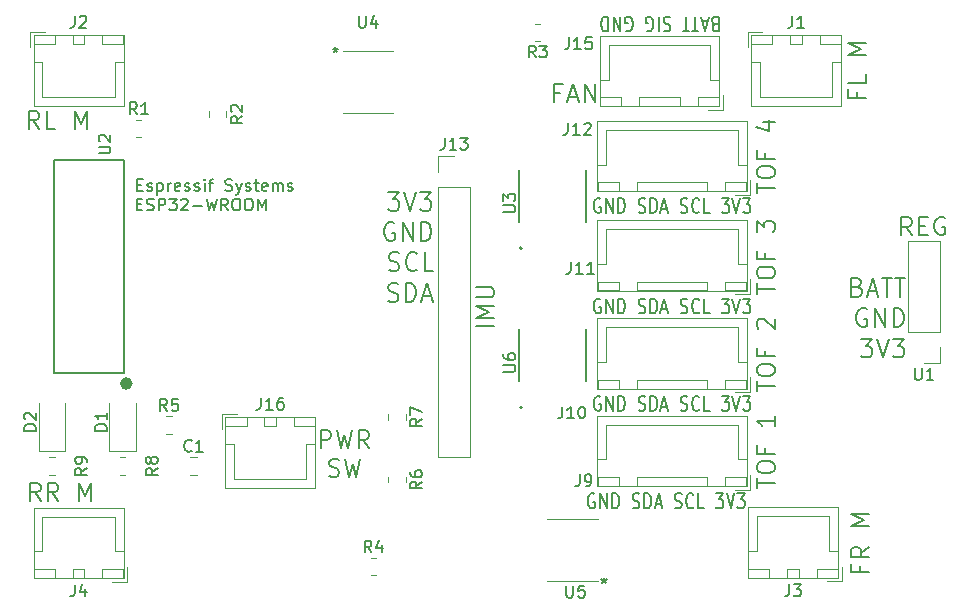
<source format=gbr>
%TF.GenerationSoftware,KiCad,Pcbnew,(6.0.1)*%
%TF.CreationDate,2022-03-01T16:38:42-05:00*%
%TF.ProjectId,Project_380,50726f6a-6563-4745-9f33-38302e6b6963,rev?*%
%TF.SameCoordinates,Original*%
%TF.FileFunction,Legend,Top*%
%TF.FilePolarity,Positive*%
%FSLAX46Y46*%
G04 Gerber Fmt 4.6, Leading zero omitted, Abs format (unit mm)*
G04 Created by KiCad (PCBNEW (6.0.1)) date 2022-03-01 16:38:42*
%MOMM*%
%LPD*%
G01*
G04 APERTURE LIST*
%ADD10C,0.200000*%
%ADD11C,0.150000*%
%ADD12C,0.120000*%
%ADD13C,0.500000*%
%ADD14C,0.127000*%
G04 APERTURE END LIST*
D10*
X125500000Y-96971071D02*
X125500000Y-95471071D01*
X126071428Y-95471071D01*
X126214285Y-95542500D01*
X126285714Y-95613928D01*
X126357142Y-95756785D01*
X126357142Y-95971071D01*
X126285714Y-96113928D01*
X126214285Y-96185357D01*
X126071428Y-96256785D01*
X125500000Y-96256785D01*
X126857142Y-95471071D02*
X127214285Y-96971071D01*
X127500000Y-95899642D01*
X127785714Y-96971071D01*
X128142857Y-95471071D01*
X129571428Y-96971071D02*
X129071428Y-96256785D01*
X128714285Y-96971071D02*
X128714285Y-95471071D01*
X129285714Y-95471071D01*
X129428571Y-95542500D01*
X129500000Y-95613928D01*
X129571428Y-95756785D01*
X129571428Y-95971071D01*
X129500000Y-96113928D01*
X129428571Y-96185357D01*
X129285714Y-96256785D01*
X128714285Y-96256785D01*
X126214285Y-99314642D02*
X126428571Y-99386071D01*
X126785714Y-99386071D01*
X126928571Y-99314642D01*
X127000000Y-99243214D01*
X127071428Y-99100357D01*
X127071428Y-98957500D01*
X127000000Y-98814642D01*
X126928571Y-98743214D01*
X126785714Y-98671785D01*
X126500000Y-98600357D01*
X126357142Y-98528928D01*
X126285714Y-98457500D01*
X126214285Y-98314642D01*
X126214285Y-98171785D01*
X126285714Y-98028928D01*
X126357142Y-97957500D01*
X126500000Y-97886071D01*
X126857142Y-97886071D01*
X127071428Y-97957500D01*
X127571428Y-97886071D02*
X127928571Y-99386071D01*
X128214285Y-98314642D01*
X128500000Y-99386071D01*
X128857142Y-97886071D01*
D11*
X170938214Y-83309714D02*
X171152500Y-83385904D01*
X171223928Y-83462095D01*
X171295357Y-83614476D01*
X171295357Y-83843047D01*
X171223928Y-83995428D01*
X171152500Y-84071619D01*
X171009642Y-84147809D01*
X170438214Y-84147809D01*
X170438214Y-82547809D01*
X170938214Y-82547809D01*
X171081071Y-82624000D01*
X171152500Y-82700190D01*
X171223928Y-82852571D01*
X171223928Y-83004952D01*
X171152500Y-83157333D01*
X171081071Y-83233523D01*
X170938214Y-83309714D01*
X170438214Y-83309714D01*
X171866785Y-83690666D02*
X172581071Y-83690666D01*
X171723928Y-84147809D02*
X172223928Y-82547809D01*
X172723928Y-84147809D01*
X173009642Y-82547809D02*
X173866785Y-82547809D01*
X173438214Y-84147809D02*
X173438214Y-82547809D01*
X174152500Y-82547809D02*
X175009642Y-82547809D01*
X174581071Y-84147809D02*
X174581071Y-82547809D01*
X171723928Y-85200000D02*
X171581071Y-85123809D01*
X171366785Y-85123809D01*
X171152500Y-85200000D01*
X171009642Y-85352380D01*
X170938214Y-85504761D01*
X170866785Y-85809523D01*
X170866785Y-86038095D01*
X170938214Y-86342857D01*
X171009642Y-86495238D01*
X171152500Y-86647619D01*
X171366785Y-86723809D01*
X171509642Y-86723809D01*
X171723928Y-86647619D01*
X171795357Y-86571428D01*
X171795357Y-86038095D01*
X171509642Y-86038095D01*
X172438214Y-86723809D02*
X172438214Y-85123809D01*
X173295357Y-86723809D01*
X173295357Y-85123809D01*
X174009642Y-86723809D02*
X174009642Y-85123809D01*
X174366785Y-85123809D01*
X174581071Y-85200000D01*
X174723928Y-85352380D01*
X174795357Y-85504761D01*
X174866785Y-85809523D01*
X174866785Y-86038095D01*
X174795357Y-86342857D01*
X174723928Y-86495238D01*
X174581071Y-86647619D01*
X174366785Y-86723809D01*
X174009642Y-86723809D01*
X171223928Y-87699809D02*
X172152500Y-87699809D01*
X171652500Y-88309333D01*
X171866785Y-88309333D01*
X172009642Y-88385523D01*
X172081071Y-88461714D01*
X172152500Y-88614095D01*
X172152500Y-88995047D01*
X172081071Y-89147428D01*
X172009642Y-89223619D01*
X171866785Y-89299809D01*
X171438214Y-89299809D01*
X171295357Y-89223619D01*
X171223928Y-89147428D01*
X172581071Y-87699809D02*
X173081071Y-89299809D01*
X173581071Y-87699809D01*
X173938214Y-87699809D02*
X174866785Y-87699809D01*
X174366785Y-88309333D01*
X174581071Y-88309333D01*
X174723928Y-88385523D01*
X174795357Y-88461714D01*
X174866785Y-88614095D01*
X174866785Y-88995047D01*
X174795357Y-89147428D01*
X174723928Y-89223619D01*
X174581071Y-89299809D01*
X174152500Y-89299809D01*
X174009642Y-89223619D01*
X173938214Y-89147428D01*
D10*
X175535714Y-78928571D02*
X175035714Y-78214285D01*
X174678571Y-78928571D02*
X174678571Y-77428571D01*
X175250000Y-77428571D01*
X175392857Y-77500000D01*
X175464285Y-77571428D01*
X175535714Y-77714285D01*
X175535714Y-77928571D01*
X175464285Y-78071428D01*
X175392857Y-78142857D01*
X175250000Y-78214285D01*
X174678571Y-78214285D01*
X176178571Y-78142857D02*
X176678571Y-78142857D01*
X176892857Y-78928571D02*
X176178571Y-78928571D01*
X176178571Y-77428571D01*
X176892857Y-77428571D01*
X178321428Y-77500000D02*
X178178571Y-77428571D01*
X177964285Y-77428571D01*
X177750000Y-77500000D01*
X177607142Y-77642857D01*
X177535714Y-77785714D01*
X177464285Y-78071428D01*
X177464285Y-78285714D01*
X177535714Y-78571428D01*
X177607142Y-78714285D01*
X177750000Y-78857142D01*
X177964285Y-78928571D01*
X178107142Y-78928571D01*
X178321428Y-78857142D01*
X178392857Y-78785714D01*
X178392857Y-78285714D01*
X178107142Y-78285714D01*
X171142857Y-106964285D02*
X171142857Y-107464285D01*
X171928571Y-107464285D02*
X170428571Y-107464285D01*
X170428571Y-106750000D01*
X171928571Y-105321428D02*
X171214285Y-105821428D01*
X171928571Y-106178571D02*
X170428571Y-106178571D01*
X170428571Y-105607142D01*
X170500000Y-105464285D01*
X170571428Y-105392857D01*
X170714285Y-105321428D01*
X170928571Y-105321428D01*
X171071428Y-105392857D01*
X171142857Y-105464285D01*
X171214285Y-105607142D01*
X171214285Y-106178571D01*
X171928571Y-103535714D02*
X170428571Y-103535714D01*
X171500000Y-103035714D01*
X170428571Y-102535714D01*
X171928571Y-102535714D01*
X101785714Y-101428571D02*
X101285714Y-100714285D01*
X100928571Y-101428571D02*
X100928571Y-99928571D01*
X101500000Y-99928571D01*
X101642857Y-100000000D01*
X101714285Y-100071428D01*
X101785714Y-100214285D01*
X101785714Y-100428571D01*
X101714285Y-100571428D01*
X101642857Y-100642857D01*
X101500000Y-100714285D01*
X100928571Y-100714285D01*
X103285714Y-101428571D02*
X102785714Y-100714285D01*
X102428571Y-101428571D02*
X102428571Y-99928571D01*
X103000000Y-99928571D01*
X103142857Y-100000000D01*
X103214285Y-100071428D01*
X103285714Y-100214285D01*
X103285714Y-100428571D01*
X103214285Y-100571428D01*
X103142857Y-100642857D01*
X103000000Y-100714285D01*
X102428571Y-100714285D01*
X105071428Y-101428571D02*
X105071428Y-99928571D01*
X105571428Y-101000000D01*
X106071428Y-99928571D01*
X106071428Y-101428571D01*
X101678571Y-69928571D02*
X101178571Y-69214285D01*
X100821428Y-69928571D02*
X100821428Y-68428571D01*
X101392857Y-68428571D01*
X101535714Y-68500000D01*
X101607142Y-68571428D01*
X101678571Y-68714285D01*
X101678571Y-68928571D01*
X101607142Y-69071428D01*
X101535714Y-69142857D01*
X101392857Y-69214285D01*
X100821428Y-69214285D01*
X103035714Y-69928571D02*
X102321428Y-69928571D01*
X102321428Y-68428571D01*
X104678571Y-69928571D02*
X104678571Y-68428571D01*
X105178571Y-69500000D01*
X105678571Y-68428571D01*
X105678571Y-69928571D01*
X170892857Y-66821428D02*
X170892857Y-67321428D01*
X171678571Y-67321428D02*
X170178571Y-67321428D01*
X170178571Y-66607142D01*
X171678571Y-65321428D02*
X171678571Y-66035714D01*
X170178571Y-66035714D01*
X171678571Y-63678571D02*
X170178571Y-63678571D01*
X171250000Y-63178571D01*
X170178571Y-62678571D01*
X171678571Y-62678571D01*
X145785714Y-66892857D02*
X145285714Y-66892857D01*
X145285714Y-67678571D02*
X145285714Y-66178571D01*
X146000000Y-66178571D01*
X146500000Y-67250000D02*
X147214285Y-67250000D01*
X146357142Y-67678571D02*
X146857142Y-66178571D01*
X147357142Y-67678571D01*
X147857142Y-67678571D02*
X147857142Y-66178571D01*
X148714285Y-67678571D01*
X148714285Y-66178571D01*
X158869047Y-61089285D02*
X158726190Y-61029761D01*
X158678571Y-60970238D01*
X158630952Y-60851190D01*
X158630952Y-60672619D01*
X158678571Y-60553571D01*
X158726190Y-60494047D01*
X158821428Y-60434523D01*
X159202380Y-60434523D01*
X159202380Y-61684523D01*
X158869047Y-61684523D01*
X158773809Y-61625000D01*
X158726190Y-61565476D01*
X158678571Y-61446428D01*
X158678571Y-61327380D01*
X158726190Y-61208333D01*
X158773809Y-61148809D01*
X158869047Y-61089285D01*
X159202380Y-61089285D01*
X158250000Y-60791666D02*
X157773809Y-60791666D01*
X158345238Y-60434523D02*
X158011904Y-61684523D01*
X157678571Y-60434523D01*
X157488095Y-61684523D02*
X156916666Y-61684523D01*
X157202380Y-60434523D02*
X157202380Y-61684523D01*
X156726190Y-61684523D02*
X156154761Y-61684523D01*
X156440476Y-60434523D02*
X156440476Y-61684523D01*
X155107142Y-60494047D02*
X154964285Y-60434523D01*
X154726190Y-60434523D01*
X154630952Y-60494047D01*
X154583333Y-60553571D01*
X154535714Y-60672619D01*
X154535714Y-60791666D01*
X154583333Y-60910714D01*
X154630952Y-60970238D01*
X154726190Y-61029761D01*
X154916666Y-61089285D01*
X155011904Y-61148809D01*
X155059523Y-61208333D01*
X155107142Y-61327380D01*
X155107142Y-61446428D01*
X155059523Y-61565476D01*
X155011904Y-61625000D01*
X154916666Y-61684523D01*
X154678571Y-61684523D01*
X154535714Y-61625000D01*
X154107142Y-60434523D02*
X154107142Y-61684523D01*
X153107142Y-61625000D02*
X153202380Y-61684523D01*
X153345238Y-61684523D01*
X153488095Y-61625000D01*
X153583333Y-61505952D01*
X153630952Y-61386904D01*
X153678571Y-61148809D01*
X153678571Y-60970238D01*
X153630952Y-60732142D01*
X153583333Y-60613095D01*
X153488095Y-60494047D01*
X153345238Y-60434523D01*
X153250000Y-60434523D01*
X153107142Y-60494047D01*
X153059523Y-60553571D01*
X153059523Y-60970238D01*
X153250000Y-60970238D01*
X151345238Y-61625000D02*
X151440476Y-61684523D01*
X151583333Y-61684523D01*
X151726190Y-61625000D01*
X151821428Y-61505952D01*
X151869047Y-61386904D01*
X151916666Y-61148809D01*
X151916666Y-60970238D01*
X151869047Y-60732142D01*
X151821428Y-60613095D01*
X151726190Y-60494047D01*
X151583333Y-60434523D01*
X151488095Y-60434523D01*
X151345238Y-60494047D01*
X151297619Y-60553571D01*
X151297619Y-60970238D01*
X151488095Y-60970238D01*
X150869047Y-60434523D02*
X150869047Y-61684523D01*
X150297619Y-60434523D01*
X150297619Y-61684523D01*
X149821428Y-60434523D02*
X149821428Y-61684523D01*
X149583333Y-61684523D01*
X149440476Y-61625000D01*
X149345238Y-61505952D01*
X149297619Y-61386904D01*
X149250000Y-61148809D01*
X149250000Y-60970238D01*
X149297619Y-60732142D01*
X149345238Y-60613095D01*
X149440476Y-60494047D01*
X149583333Y-60434523D01*
X149821428Y-60434523D01*
X148678571Y-100875000D02*
X148583333Y-100815476D01*
X148440476Y-100815476D01*
X148297619Y-100875000D01*
X148202380Y-100994047D01*
X148154761Y-101113095D01*
X148107142Y-101351190D01*
X148107142Y-101529761D01*
X148154761Y-101767857D01*
X148202380Y-101886904D01*
X148297619Y-102005952D01*
X148440476Y-102065476D01*
X148535714Y-102065476D01*
X148678571Y-102005952D01*
X148726190Y-101946428D01*
X148726190Y-101529761D01*
X148535714Y-101529761D01*
X149154761Y-102065476D02*
X149154761Y-100815476D01*
X149726190Y-102065476D01*
X149726190Y-100815476D01*
X150202380Y-102065476D02*
X150202380Y-100815476D01*
X150440476Y-100815476D01*
X150583333Y-100875000D01*
X150678571Y-100994047D01*
X150726190Y-101113095D01*
X150773809Y-101351190D01*
X150773809Y-101529761D01*
X150726190Y-101767857D01*
X150678571Y-101886904D01*
X150583333Y-102005952D01*
X150440476Y-102065476D01*
X150202380Y-102065476D01*
X151916666Y-102005952D02*
X152059523Y-102065476D01*
X152297619Y-102065476D01*
X152392857Y-102005952D01*
X152440476Y-101946428D01*
X152488095Y-101827380D01*
X152488095Y-101708333D01*
X152440476Y-101589285D01*
X152392857Y-101529761D01*
X152297619Y-101470238D01*
X152107142Y-101410714D01*
X152011904Y-101351190D01*
X151964285Y-101291666D01*
X151916666Y-101172619D01*
X151916666Y-101053571D01*
X151964285Y-100934523D01*
X152011904Y-100875000D01*
X152107142Y-100815476D01*
X152345238Y-100815476D01*
X152488095Y-100875000D01*
X152916666Y-102065476D02*
X152916666Y-100815476D01*
X153154761Y-100815476D01*
X153297619Y-100875000D01*
X153392857Y-100994047D01*
X153440476Y-101113095D01*
X153488095Y-101351190D01*
X153488095Y-101529761D01*
X153440476Y-101767857D01*
X153392857Y-101886904D01*
X153297619Y-102005952D01*
X153154761Y-102065476D01*
X152916666Y-102065476D01*
X153869047Y-101708333D02*
X154345238Y-101708333D01*
X153773809Y-102065476D02*
X154107142Y-100815476D01*
X154440476Y-102065476D01*
X155488095Y-102005952D02*
X155630952Y-102065476D01*
X155869047Y-102065476D01*
X155964285Y-102005952D01*
X156011904Y-101946428D01*
X156059523Y-101827380D01*
X156059523Y-101708333D01*
X156011904Y-101589285D01*
X155964285Y-101529761D01*
X155869047Y-101470238D01*
X155678571Y-101410714D01*
X155583333Y-101351190D01*
X155535714Y-101291666D01*
X155488095Y-101172619D01*
X155488095Y-101053571D01*
X155535714Y-100934523D01*
X155583333Y-100875000D01*
X155678571Y-100815476D01*
X155916666Y-100815476D01*
X156059523Y-100875000D01*
X157059523Y-101946428D02*
X157011904Y-102005952D01*
X156869047Y-102065476D01*
X156773809Y-102065476D01*
X156630952Y-102005952D01*
X156535714Y-101886904D01*
X156488095Y-101767857D01*
X156440476Y-101529761D01*
X156440476Y-101351190D01*
X156488095Y-101113095D01*
X156535714Y-100994047D01*
X156630952Y-100875000D01*
X156773809Y-100815476D01*
X156869047Y-100815476D01*
X157011904Y-100875000D01*
X157059523Y-100934523D01*
X157964285Y-102065476D02*
X157488095Y-102065476D01*
X157488095Y-100815476D01*
X158964285Y-100815476D02*
X159583333Y-100815476D01*
X159250000Y-101291666D01*
X159392857Y-101291666D01*
X159488095Y-101351190D01*
X159535714Y-101410714D01*
X159583333Y-101529761D01*
X159583333Y-101827380D01*
X159535714Y-101946428D01*
X159488095Y-102005952D01*
X159392857Y-102065476D01*
X159107142Y-102065476D01*
X159011904Y-102005952D01*
X158964285Y-101946428D01*
X159869047Y-100815476D02*
X160202380Y-102065476D01*
X160535714Y-100815476D01*
X160773809Y-100815476D02*
X161392857Y-100815476D01*
X161059523Y-101291666D01*
X161202380Y-101291666D01*
X161297619Y-101351190D01*
X161345238Y-101410714D01*
X161392857Y-101529761D01*
X161392857Y-101827380D01*
X161345238Y-101946428D01*
X161297619Y-102005952D01*
X161202380Y-102065476D01*
X160916666Y-102065476D01*
X160821428Y-102005952D01*
X160773809Y-101946428D01*
X149178571Y-92625000D02*
X149083333Y-92565476D01*
X148940476Y-92565476D01*
X148797619Y-92625000D01*
X148702380Y-92744047D01*
X148654761Y-92863095D01*
X148607142Y-93101190D01*
X148607142Y-93279761D01*
X148654761Y-93517857D01*
X148702380Y-93636904D01*
X148797619Y-93755952D01*
X148940476Y-93815476D01*
X149035714Y-93815476D01*
X149178571Y-93755952D01*
X149226190Y-93696428D01*
X149226190Y-93279761D01*
X149035714Y-93279761D01*
X149654761Y-93815476D02*
X149654761Y-92565476D01*
X150226190Y-93815476D01*
X150226190Y-92565476D01*
X150702380Y-93815476D02*
X150702380Y-92565476D01*
X150940476Y-92565476D01*
X151083333Y-92625000D01*
X151178571Y-92744047D01*
X151226190Y-92863095D01*
X151273809Y-93101190D01*
X151273809Y-93279761D01*
X151226190Y-93517857D01*
X151178571Y-93636904D01*
X151083333Y-93755952D01*
X150940476Y-93815476D01*
X150702380Y-93815476D01*
X152416666Y-93755952D02*
X152559523Y-93815476D01*
X152797619Y-93815476D01*
X152892857Y-93755952D01*
X152940476Y-93696428D01*
X152988095Y-93577380D01*
X152988095Y-93458333D01*
X152940476Y-93339285D01*
X152892857Y-93279761D01*
X152797619Y-93220238D01*
X152607142Y-93160714D01*
X152511904Y-93101190D01*
X152464285Y-93041666D01*
X152416666Y-92922619D01*
X152416666Y-92803571D01*
X152464285Y-92684523D01*
X152511904Y-92625000D01*
X152607142Y-92565476D01*
X152845238Y-92565476D01*
X152988095Y-92625000D01*
X153416666Y-93815476D02*
X153416666Y-92565476D01*
X153654761Y-92565476D01*
X153797619Y-92625000D01*
X153892857Y-92744047D01*
X153940476Y-92863095D01*
X153988095Y-93101190D01*
X153988095Y-93279761D01*
X153940476Y-93517857D01*
X153892857Y-93636904D01*
X153797619Y-93755952D01*
X153654761Y-93815476D01*
X153416666Y-93815476D01*
X154369047Y-93458333D02*
X154845238Y-93458333D01*
X154273809Y-93815476D02*
X154607142Y-92565476D01*
X154940476Y-93815476D01*
X155988095Y-93755952D02*
X156130952Y-93815476D01*
X156369047Y-93815476D01*
X156464285Y-93755952D01*
X156511904Y-93696428D01*
X156559523Y-93577380D01*
X156559523Y-93458333D01*
X156511904Y-93339285D01*
X156464285Y-93279761D01*
X156369047Y-93220238D01*
X156178571Y-93160714D01*
X156083333Y-93101190D01*
X156035714Y-93041666D01*
X155988095Y-92922619D01*
X155988095Y-92803571D01*
X156035714Y-92684523D01*
X156083333Y-92625000D01*
X156178571Y-92565476D01*
X156416666Y-92565476D01*
X156559523Y-92625000D01*
X157559523Y-93696428D02*
X157511904Y-93755952D01*
X157369047Y-93815476D01*
X157273809Y-93815476D01*
X157130952Y-93755952D01*
X157035714Y-93636904D01*
X156988095Y-93517857D01*
X156940476Y-93279761D01*
X156940476Y-93101190D01*
X156988095Y-92863095D01*
X157035714Y-92744047D01*
X157130952Y-92625000D01*
X157273809Y-92565476D01*
X157369047Y-92565476D01*
X157511904Y-92625000D01*
X157559523Y-92684523D01*
X158464285Y-93815476D02*
X157988095Y-93815476D01*
X157988095Y-92565476D01*
X159464285Y-92565476D02*
X160083333Y-92565476D01*
X159750000Y-93041666D01*
X159892857Y-93041666D01*
X159988095Y-93101190D01*
X160035714Y-93160714D01*
X160083333Y-93279761D01*
X160083333Y-93577380D01*
X160035714Y-93696428D01*
X159988095Y-93755952D01*
X159892857Y-93815476D01*
X159607142Y-93815476D01*
X159511904Y-93755952D01*
X159464285Y-93696428D01*
X160369047Y-92565476D02*
X160702380Y-93815476D01*
X161035714Y-92565476D01*
X161273809Y-92565476D02*
X161892857Y-92565476D01*
X161559523Y-93041666D01*
X161702380Y-93041666D01*
X161797619Y-93101190D01*
X161845238Y-93160714D01*
X161892857Y-93279761D01*
X161892857Y-93577380D01*
X161845238Y-93696428D01*
X161797619Y-93755952D01*
X161702380Y-93815476D01*
X161416666Y-93815476D01*
X161321428Y-93755952D01*
X161273809Y-93696428D01*
X149178571Y-84375000D02*
X149083333Y-84315476D01*
X148940476Y-84315476D01*
X148797619Y-84375000D01*
X148702380Y-84494047D01*
X148654761Y-84613095D01*
X148607142Y-84851190D01*
X148607142Y-85029761D01*
X148654761Y-85267857D01*
X148702380Y-85386904D01*
X148797619Y-85505952D01*
X148940476Y-85565476D01*
X149035714Y-85565476D01*
X149178571Y-85505952D01*
X149226190Y-85446428D01*
X149226190Y-85029761D01*
X149035714Y-85029761D01*
X149654761Y-85565476D02*
X149654761Y-84315476D01*
X150226190Y-85565476D01*
X150226190Y-84315476D01*
X150702380Y-85565476D02*
X150702380Y-84315476D01*
X150940476Y-84315476D01*
X151083333Y-84375000D01*
X151178571Y-84494047D01*
X151226190Y-84613095D01*
X151273809Y-84851190D01*
X151273809Y-85029761D01*
X151226190Y-85267857D01*
X151178571Y-85386904D01*
X151083333Y-85505952D01*
X150940476Y-85565476D01*
X150702380Y-85565476D01*
X152416666Y-85505952D02*
X152559523Y-85565476D01*
X152797619Y-85565476D01*
X152892857Y-85505952D01*
X152940476Y-85446428D01*
X152988095Y-85327380D01*
X152988095Y-85208333D01*
X152940476Y-85089285D01*
X152892857Y-85029761D01*
X152797619Y-84970238D01*
X152607142Y-84910714D01*
X152511904Y-84851190D01*
X152464285Y-84791666D01*
X152416666Y-84672619D01*
X152416666Y-84553571D01*
X152464285Y-84434523D01*
X152511904Y-84375000D01*
X152607142Y-84315476D01*
X152845238Y-84315476D01*
X152988095Y-84375000D01*
X153416666Y-85565476D02*
X153416666Y-84315476D01*
X153654761Y-84315476D01*
X153797619Y-84375000D01*
X153892857Y-84494047D01*
X153940476Y-84613095D01*
X153988095Y-84851190D01*
X153988095Y-85029761D01*
X153940476Y-85267857D01*
X153892857Y-85386904D01*
X153797619Y-85505952D01*
X153654761Y-85565476D01*
X153416666Y-85565476D01*
X154369047Y-85208333D02*
X154845238Y-85208333D01*
X154273809Y-85565476D02*
X154607142Y-84315476D01*
X154940476Y-85565476D01*
X155988095Y-85505952D02*
X156130952Y-85565476D01*
X156369047Y-85565476D01*
X156464285Y-85505952D01*
X156511904Y-85446428D01*
X156559523Y-85327380D01*
X156559523Y-85208333D01*
X156511904Y-85089285D01*
X156464285Y-85029761D01*
X156369047Y-84970238D01*
X156178571Y-84910714D01*
X156083333Y-84851190D01*
X156035714Y-84791666D01*
X155988095Y-84672619D01*
X155988095Y-84553571D01*
X156035714Y-84434523D01*
X156083333Y-84375000D01*
X156178571Y-84315476D01*
X156416666Y-84315476D01*
X156559523Y-84375000D01*
X157559523Y-85446428D02*
X157511904Y-85505952D01*
X157369047Y-85565476D01*
X157273809Y-85565476D01*
X157130952Y-85505952D01*
X157035714Y-85386904D01*
X156988095Y-85267857D01*
X156940476Y-85029761D01*
X156940476Y-84851190D01*
X156988095Y-84613095D01*
X157035714Y-84494047D01*
X157130952Y-84375000D01*
X157273809Y-84315476D01*
X157369047Y-84315476D01*
X157511904Y-84375000D01*
X157559523Y-84434523D01*
X158464285Y-85565476D02*
X157988095Y-85565476D01*
X157988095Y-84315476D01*
X159464285Y-84315476D02*
X160083333Y-84315476D01*
X159750000Y-84791666D01*
X159892857Y-84791666D01*
X159988095Y-84851190D01*
X160035714Y-84910714D01*
X160083333Y-85029761D01*
X160083333Y-85327380D01*
X160035714Y-85446428D01*
X159988095Y-85505952D01*
X159892857Y-85565476D01*
X159607142Y-85565476D01*
X159511904Y-85505952D01*
X159464285Y-85446428D01*
X160369047Y-84315476D02*
X160702380Y-85565476D01*
X161035714Y-84315476D01*
X161273809Y-84315476D02*
X161892857Y-84315476D01*
X161559523Y-84791666D01*
X161702380Y-84791666D01*
X161797619Y-84851190D01*
X161845238Y-84910714D01*
X161892857Y-85029761D01*
X161892857Y-85327380D01*
X161845238Y-85446428D01*
X161797619Y-85505952D01*
X161702380Y-85565476D01*
X161416666Y-85565476D01*
X161321428Y-85505952D01*
X161273809Y-85446428D01*
X149178571Y-75875000D02*
X149083333Y-75815476D01*
X148940476Y-75815476D01*
X148797619Y-75875000D01*
X148702380Y-75994047D01*
X148654761Y-76113095D01*
X148607142Y-76351190D01*
X148607142Y-76529761D01*
X148654761Y-76767857D01*
X148702380Y-76886904D01*
X148797619Y-77005952D01*
X148940476Y-77065476D01*
X149035714Y-77065476D01*
X149178571Y-77005952D01*
X149226190Y-76946428D01*
X149226190Y-76529761D01*
X149035714Y-76529761D01*
X149654761Y-77065476D02*
X149654761Y-75815476D01*
X150226190Y-77065476D01*
X150226190Y-75815476D01*
X150702380Y-77065476D02*
X150702380Y-75815476D01*
X150940476Y-75815476D01*
X151083333Y-75875000D01*
X151178571Y-75994047D01*
X151226190Y-76113095D01*
X151273809Y-76351190D01*
X151273809Y-76529761D01*
X151226190Y-76767857D01*
X151178571Y-76886904D01*
X151083333Y-77005952D01*
X150940476Y-77065476D01*
X150702380Y-77065476D01*
X152416666Y-77005952D02*
X152559523Y-77065476D01*
X152797619Y-77065476D01*
X152892857Y-77005952D01*
X152940476Y-76946428D01*
X152988095Y-76827380D01*
X152988095Y-76708333D01*
X152940476Y-76589285D01*
X152892857Y-76529761D01*
X152797619Y-76470238D01*
X152607142Y-76410714D01*
X152511904Y-76351190D01*
X152464285Y-76291666D01*
X152416666Y-76172619D01*
X152416666Y-76053571D01*
X152464285Y-75934523D01*
X152511904Y-75875000D01*
X152607142Y-75815476D01*
X152845238Y-75815476D01*
X152988095Y-75875000D01*
X153416666Y-77065476D02*
X153416666Y-75815476D01*
X153654761Y-75815476D01*
X153797619Y-75875000D01*
X153892857Y-75994047D01*
X153940476Y-76113095D01*
X153988095Y-76351190D01*
X153988095Y-76529761D01*
X153940476Y-76767857D01*
X153892857Y-76886904D01*
X153797619Y-77005952D01*
X153654761Y-77065476D01*
X153416666Y-77065476D01*
X154369047Y-76708333D02*
X154845238Y-76708333D01*
X154273809Y-77065476D02*
X154607142Y-75815476D01*
X154940476Y-77065476D01*
X155988095Y-77005952D02*
X156130952Y-77065476D01*
X156369047Y-77065476D01*
X156464285Y-77005952D01*
X156511904Y-76946428D01*
X156559523Y-76827380D01*
X156559523Y-76708333D01*
X156511904Y-76589285D01*
X156464285Y-76529761D01*
X156369047Y-76470238D01*
X156178571Y-76410714D01*
X156083333Y-76351190D01*
X156035714Y-76291666D01*
X155988095Y-76172619D01*
X155988095Y-76053571D01*
X156035714Y-75934523D01*
X156083333Y-75875000D01*
X156178571Y-75815476D01*
X156416666Y-75815476D01*
X156559523Y-75875000D01*
X157559523Y-76946428D02*
X157511904Y-77005952D01*
X157369047Y-77065476D01*
X157273809Y-77065476D01*
X157130952Y-77005952D01*
X157035714Y-76886904D01*
X156988095Y-76767857D01*
X156940476Y-76529761D01*
X156940476Y-76351190D01*
X156988095Y-76113095D01*
X157035714Y-75994047D01*
X157130952Y-75875000D01*
X157273809Y-75815476D01*
X157369047Y-75815476D01*
X157511904Y-75875000D01*
X157559523Y-75934523D01*
X158464285Y-77065476D02*
X157988095Y-77065476D01*
X157988095Y-75815476D01*
X159464285Y-75815476D02*
X160083333Y-75815476D01*
X159750000Y-76291666D01*
X159892857Y-76291666D01*
X159988095Y-76351190D01*
X160035714Y-76410714D01*
X160083333Y-76529761D01*
X160083333Y-76827380D01*
X160035714Y-76946428D01*
X159988095Y-77005952D01*
X159892857Y-77065476D01*
X159607142Y-77065476D01*
X159511904Y-77005952D01*
X159464285Y-76946428D01*
X160369047Y-75815476D02*
X160702380Y-77065476D01*
X161035714Y-75815476D01*
X161273809Y-75815476D02*
X161892857Y-75815476D01*
X161559523Y-76291666D01*
X161702380Y-76291666D01*
X161797619Y-76351190D01*
X161845238Y-76410714D01*
X161892857Y-76529761D01*
X161892857Y-76827380D01*
X161845238Y-76946428D01*
X161797619Y-77005952D01*
X161702380Y-77065476D01*
X161416666Y-77065476D01*
X161321428Y-77005952D01*
X161273809Y-76946428D01*
X162428571Y-83892857D02*
X162428571Y-83035714D01*
X163928571Y-83464285D02*
X162428571Y-83464285D01*
X162428571Y-82250000D02*
X162428571Y-81964285D01*
X162500000Y-81821428D01*
X162642857Y-81678571D01*
X162928571Y-81607142D01*
X163428571Y-81607142D01*
X163714285Y-81678571D01*
X163857142Y-81821428D01*
X163928571Y-81964285D01*
X163928571Y-82250000D01*
X163857142Y-82392857D01*
X163714285Y-82535714D01*
X163428571Y-82607142D01*
X162928571Y-82607142D01*
X162642857Y-82535714D01*
X162500000Y-82392857D01*
X162428571Y-82250000D01*
X163142857Y-80464285D02*
X163142857Y-80964285D01*
X163928571Y-80964285D02*
X162428571Y-80964285D01*
X162428571Y-80250000D01*
X162428571Y-78678571D02*
X162428571Y-77750000D01*
X163000000Y-78250000D01*
X163000000Y-78035714D01*
X163071428Y-77892857D01*
X163142857Y-77821428D01*
X163285714Y-77750000D01*
X163642857Y-77750000D01*
X163785714Y-77821428D01*
X163857142Y-77892857D01*
X163928571Y-78035714D01*
X163928571Y-78464285D01*
X163857142Y-78607142D01*
X163785714Y-78678571D01*
X162428571Y-92142857D02*
X162428571Y-91285714D01*
X163928571Y-91714285D02*
X162428571Y-91714285D01*
X162428571Y-90500000D02*
X162428571Y-90214285D01*
X162500000Y-90071428D01*
X162642857Y-89928571D01*
X162928571Y-89857142D01*
X163428571Y-89857142D01*
X163714285Y-89928571D01*
X163857142Y-90071428D01*
X163928571Y-90214285D01*
X163928571Y-90500000D01*
X163857142Y-90642857D01*
X163714285Y-90785714D01*
X163428571Y-90857142D01*
X162928571Y-90857142D01*
X162642857Y-90785714D01*
X162500000Y-90642857D01*
X162428571Y-90500000D01*
X163142857Y-88714285D02*
X163142857Y-89214285D01*
X163928571Y-89214285D02*
X162428571Y-89214285D01*
X162428571Y-88500000D01*
X162571428Y-86857142D02*
X162500000Y-86785714D01*
X162428571Y-86642857D01*
X162428571Y-86285714D01*
X162500000Y-86142857D01*
X162571428Y-86071428D01*
X162714285Y-86000000D01*
X162857142Y-86000000D01*
X163071428Y-86071428D01*
X163928571Y-86928571D01*
X163928571Y-86000000D01*
X162428571Y-100392857D02*
X162428571Y-99535714D01*
X163928571Y-99964285D02*
X162428571Y-99964285D01*
X162428571Y-98750000D02*
X162428571Y-98464285D01*
X162500000Y-98321428D01*
X162642857Y-98178571D01*
X162928571Y-98107142D01*
X163428571Y-98107142D01*
X163714285Y-98178571D01*
X163857142Y-98321428D01*
X163928571Y-98464285D01*
X163928571Y-98750000D01*
X163857142Y-98892857D01*
X163714285Y-99035714D01*
X163428571Y-99107142D01*
X162928571Y-99107142D01*
X162642857Y-99035714D01*
X162500000Y-98892857D01*
X162428571Y-98750000D01*
X163142857Y-96964285D02*
X163142857Y-97464285D01*
X163928571Y-97464285D02*
X162428571Y-97464285D01*
X162428571Y-96750000D01*
X163928571Y-94250000D02*
X163928571Y-95107142D01*
X163928571Y-94678571D02*
X162428571Y-94678571D01*
X162642857Y-94821428D01*
X162785714Y-94964285D01*
X162857142Y-95107142D01*
X162428571Y-75392857D02*
X162428571Y-74535714D01*
X163928571Y-74964285D02*
X162428571Y-74964285D01*
X162428571Y-73750000D02*
X162428571Y-73464285D01*
X162500000Y-73321428D01*
X162642857Y-73178571D01*
X162928571Y-73107142D01*
X163428571Y-73107142D01*
X163714285Y-73178571D01*
X163857142Y-73321428D01*
X163928571Y-73464285D01*
X163928571Y-73750000D01*
X163857142Y-73892857D01*
X163714285Y-74035714D01*
X163428571Y-74107142D01*
X162928571Y-74107142D01*
X162642857Y-74035714D01*
X162500000Y-73892857D01*
X162428571Y-73750000D01*
X163142857Y-71964285D02*
X163142857Y-72464285D01*
X163928571Y-72464285D02*
X162428571Y-72464285D01*
X162428571Y-71750000D01*
X162928571Y-69392857D02*
X163928571Y-69392857D01*
X162357142Y-69750000D02*
X163428571Y-70107142D01*
X163428571Y-69178571D01*
X140178571Y-86642857D02*
X138678571Y-86642857D01*
X140178571Y-85928571D02*
X138678571Y-85928571D01*
X139750000Y-85428571D01*
X138678571Y-84928571D01*
X140178571Y-84928571D01*
X138678571Y-84214285D02*
X139892857Y-84214285D01*
X140035714Y-84142857D01*
X140107142Y-84071428D01*
X140178571Y-83928571D01*
X140178571Y-83642857D01*
X140107142Y-83500000D01*
X140035714Y-83428571D01*
X139892857Y-83357142D01*
X138678571Y-83357142D01*
D11*
X131223928Y-75259809D02*
X132152500Y-75259809D01*
X131652500Y-75869333D01*
X131866785Y-75869333D01*
X132009642Y-75945523D01*
X132081071Y-76021714D01*
X132152500Y-76174095D01*
X132152500Y-76555047D01*
X132081071Y-76707428D01*
X132009642Y-76783619D01*
X131866785Y-76859809D01*
X131438214Y-76859809D01*
X131295357Y-76783619D01*
X131223928Y-76707428D01*
X132581071Y-75259809D02*
X133081071Y-76859809D01*
X133581071Y-75259809D01*
X133938214Y-75259809D02*
X134866785Y-75259809D01*
X134366785Y-75869333D01*
X134581071Y-75869333D01*
X134723928Y-75945523D01*
X134795357Y-76021714D01*
X134866785Y-76174095D01*
X134866785Y-76555047D01*
X134795357Y-76707428D01*
X134723928Y-76783619D01*
X134581071Y-76859809D01*
X134152500Y-76859809D01*
X134009642Y-76783619D01*
X133938214Y-76707428D01*
X131723928Y-77912000D02*
X131581071Y-77835809D01*
X131366785Y-77835809D01*
X131152500Y-77912000D01*
X131009642Y-78064380D01*
X130938214Y-78216761D01*
X130866785Y-78521523D01*
X130866785Y-78750095D01*
X130938214Y-79054857D01*
X131009642Y-79207238D01*
X131152500Y-79359619D01*
X131366785Y-79435809D01*
X131509642Y-79435809D01*
X131723928Y-79359619D01*
X131795357Y-79283428D01*
X131795357Y-78750095D01*
X131509642Y-78750095D01*
X132438214Y-79435809D02*
X132438214Y-77835809D01*
X133295357Y-79435809D01*
X133295357Y-77835809D01*
X134009642Y-79435809D02*
X134009642Y-77835809D01*
X134366785Y-77835809D01*
X134581071Y-77912000D01*
X134723928Y-78064380D01*
X134795357Y-78216761D01*
X134866785Y-78521523D01*
X134866785Y-78750095D01*
X134795357Y-79054857D01*
X134723928Y-79207238D01*
X134581071Y-79359619D01*
X134366785Y-79435809D01*
X134009642Y-79435809D01*
X131295357Y-81935619D02*
X131509642Y-82011809D01*
X131866785Y-82011809D01*
X132009642Y-81935619D01*
X132081071Y-81859428D01*
X132152500Y-81707047D01*
X132152500Y-81554666D01*
X132081071Y-81402285D01*
X132009642Y-81326095D01*
X131866785Y-81249904D01*
X131581071Y-81173714D01*
X131438214Y-81097523D01*
X131366785Y-81021333D01*
X131295357Y-80868952D01*
X131295357Y-80716571D01*
X131366785Y-80564190D01*
X131438214Y-80488000D01*
X131581071Y-80411809D01*
X131938214Y-80411809D01*
X132152500Y-80488000D01*
X133652500Y-81859428D02*
X133581071Y-81935619D01*
X133366785Y-82011809D01*
X133223928Y-82011809D01*
X133009642Y-81935619D01*
X132866785Y-81783238D01*
X132795357Y-81630857D01*
X132723928Y-81326095D01*
X132723928Y-81097523D01*
X132795357Y-80792761D01*
X132866785Y-80640380D01*
X133009642Y-80488000D01*
X133223928Y-80411809D01*
X133366785Y-80411809D01*
X133581071Y-80488000D01*
X133652500Y-80564190D01*
X135009642Y-82011809D02*
X134295357Y-82011809D01*
X134295357Y-80411809D01*
X131223928Y-84511619D02*
X131438214Y-84587809D01*
X131795357Y-84587809D01*
X131938214Y-84511619D01*
X132009642Y-84435428D01*
X132081071Y-84283047D01*
X132081071Y-84130666D01*
X132009642Y-83978285D01*
X131938214Y-83902095D01*
X131795357Y-83825904D01*
X131509642Y-83749714D01*
X131366785Y-83673523D01*
X131295357Y-83597333D01*
X131223928Y-83444952D01*
X131223928Y-83292571D01*
X131295357Y-83140190D01*
X131366785Y-83064000D01*
X131509642Y-82987809D01*
X131866785Y-82987809D01*
X132081071Y-83064000D01*
X132723928Y-84587809D02*
X132723928Y-82987809D01*
X133081071Y-82987809D01*
X133295357Y-83064000D01*
X133438214Y-83216380D01*
X133509642Y-83368761D01*
X133581071Y-83673523D01*
X133581071Y-83902095D01*
X133509642Y-84206857D01*
X133438214Y-84359238D01*
X133295357Y-84511619D01*
X133081071Y-84587809D01*
X132723928Y-84587809D01*
X134152500Y-84130666D02*
X134866785Y-84130666D01*
X134009642Y-84587809D02*
X134509642Y-82987809D01*
X135009642Y-84587809D01*
%TO.C,R9*%
X105702380Y-98666666D02*
X105226190Y-99000000D01*
X105702380Y-99238095D02*
X104702380Y-99238095D01*
X104702380Y-98857142D01*
X104750000Y-98761904D01*
X104797619Y-98714285D01*
X104892857Y-98666666D01*
X105035714Y-98666666D01*
X105130952Y-98714285D01*
X105178571Y-98761904D01*
X105226190Y-98857142D01*
X105226190Y-99238095D01*
X105702380Y-98190476D02*
X105702380Y-98000000D01*
X105654761Y-97904761D01*
X105607142Y-97857142D01*
X105464285Y-97761904D01*
X105273809Y-97714285D01*
X104892857Y-97714285D01*
X104797619Y-97761904D01*
X104750000Y-97809523D01*
X104702380Y-97904761D01*
X104702380Y-98095238D01*
X104750000Y-98190476D01*
X104797619Y-98238095D01*
X104892857Y-98285714D01*
X105130952Y-98285714D01*
X105226190Y-98238095D01*
X105273809Y-98190476D01*
X105321428Y-98095238D01*
X105321428Y-97904761D01*
X105273809Y-97809523D01*
X105226190Y-97761904D01*
X105130952Y-97714285D01*
%TO.C,R8*%
X111702380Y-98666666D02*
X111226190Y-99000000D01*
X111702380Y-99238095D02*
X110702380Y-99238095D01*
X110702380Y-98857142D01*
X110750000Y-98761904D01*
X110797619Y-98714285D01*
X110892857Y-98666666D01*
X111035714Y-98666666D01*
X111130952Y-98714285D01*
X111178571Y-98761904D01*
X111226190Y-98857142D01*
X111226190Y-99238095D01*
X111130952Y-98095238D02*
X111083333Y-98190476D01*
X111035714Y-98238095D01*
X110940476Y-98285714D01*
X110892857Y-98285714D01*
X110797619Y-98238095D01*
X110750000Y-98190476D01*
X110702380Y-98095238D01*
X110702380Y-97904761D01*
X110750000Y-97809523D01*
X110797619Y-97761904D01*
X110892857Y-97714285D01*
X110940476Y-97714285D01*
X111035714Y-97761904D01*
X111083333Y-97809523D01*
X111130952Y-97904761D01*
X111130952Y-98095238D01*
X111178571Y-98190476D01*
X111226190Y-98238095D01*
X111321428Y-98285714D01*
X111511904Y-98285714D01*
X111607142Y-98238095D01*
X111654761Y-98190476D01*
X111702380Y-98095238D01*
X111702380Y-97904761D01*
X111654761Y-97809523D01*
X111607142Y-97761904D01*
X111511904Y-97714285D01*
X111321428Y-97714285D01*
X111226190Y-97761904D01*
X111178571Y-97809523D01*
X111130952Y-97904761D01*
%TO.C,D2*%
X101382380Y-95488095D02*
X100382380Y-95488095D01*
X100382380Y-95250000D01*
X100430000Y-95107142D01*
X100525238Y-95011904D01*
X100620476Y-94964285D01*
X100810952Y-94916666D01*
X100953809Y-94916666D01*
X101144285Y-94964285D01*
X101239523Y-95011904D01*
X101334761Y-95107142D01*
X101382380Y-95250000D01*
X101382380Y-95488095D01*
X100477619Y-94535714D02*
X100430000Y-94488095D01*
X100382380Y-94392857D01*
X100382380Y-94154761D01*
X100430000Y-94059523D01*
X100477619Y-94011904D01*
X100572857Y-93964285D01*
X100668095Y-93964285D01*
X100810952Y-94011904D01*
X101382380Y-94583333D01*
X101382380Y-93964285D01*
%TO.C,D1*%
X107382380Y-95488095D02*
X106382380Y-95488095D01*
X106382380Y-95250000D01*
X106430000Y-95107142D01*
X106525238Y-95011904D01*
X106620476Y-94964285D01*
X106810952Y-94916666D01*
X106953809Y-94916666D01*
X107144285Y-94964285D01*
X107239523Y-95011904D01*
X107334761Y-95107142D01*
X107382380Y-95250000D01*
X107382380Y-95488095D01*
X107382380Y-93964285D02*
X107382380Y-94535714D01*
X107382380Y-94250000D02*
X106382380Y-94250000D01*
X106525238Y-94345238D01*
X106620476Y-94440476D01*
X106668095Y-94535714D01*
%TO.C,J13*%
X135990476Y-70697380D02*
X135990476Y-71411666D01*
X135942857Y-71554523D01*
X135847619Y-71649761D01*
X135704761Y-71697380D01*
X135609523Y-71697380D01*
X136990476Y-71697380D02*
X136419047Y-71697380D01*
X136704761Y-71697380D02*
X136704761Y-70697380D01*
X136609523Y-70840238D01*
X136514285Y-70935476D01*
X136419047Y-70983095D01*
X137323809Y-70697380D02*
X137942857Y-70697380D01*
X137609523Y-71078333D01*
X137752380Y-71078333D01*
X137847619Y-71125952D01*
X137895238Y-71173571D01*
X137942857Y-71268809D01*
X137942857Y-71506904D01*
X137895238Y-71602142D01*
X137847619Y-71649761D01*
X137752380Y-71697380D01*
X137466666Y-71697380D01*
X137371428Y-71649761D01*
X137323809Y-71602142D01*
%TO.C,U2*%
X106702380Y-72011904D02*
X107511904Y-72011904D01*
X107607142Y-71964285D01*
X107654761Y-71916666D01*
X107702380Y-71821428D01*
X107702380Y-71630952D01*
X107654761Y-71535714D01*
X107607142Y-71488095D01*
X107511904Y-71440476D01*
X106702380Y-71440476D01*
X106797619Y-71011904D02*
X106750000Y-70964285D01*
X106702380Y-70869047D01*
X106702380Y-70630952D01*
X106750000Y-70535714D01*
X106797619Y-70488095D01*
X106892857Y-70440476D01*
X106988095Y-70440476D01*
X107130952Y-70488095D01*
X107702380Y-71059523D01*
X107702380Y-70440476D01*
X109957571Y-74670571D02*
X110290904Y-74670571D01*
X110433761Y-75194380D02*
X109957571Y-75194380D01*
X109957571Y-74194380D01*
X110433761Y-74194380D01*
X110814714Y-75146761D02*
X110909952Y-75194380D01*
X111100428Y-75194380D01*
X111195666Y-75146761D01*
X111243285Y-75051523D01*
X111243285Y-75003904D01*
X111195666Y-74908666D01*
X111100428Y-74861047D01*
X110957571Y-74861047D01*
X110862333Y-74813428D01*
X110814714Y-74718190D01*
X110814714Y-74670571D01*
X110862333Y-74575333D01*
X110957571Y-74527714D01*
X111100428Y-74527714D01*
X111195666Y-74575333D01*
X111671857Y-74527714D02*
X111671857Y-75527714D01*
X111671857Y-74575333D02*
X111767095Y-74527714D01*
X111957571Y-74527714D01*
X112052809Y-74575333D01*
X112100428Y-74622952D01*
X112148047Y-74718190D01*
X112148047Y-75003904D01*
X112100428Y-75099142D01*
X112052809Y-75146761D01*
X111957571Y-75194380D01*
X111767095Y-75194380D01*
X111671857Y-75146761D01*
X112576619Y-75194380D02*
X112576619Y-74527714D01*
X112576619Y-74718190D02*
X112624238Y-74622952D01*
X112671857Y-74575333D01*
X112767095Y-74527714D01*
X112862333Y-74527714D01*
X113576619Y-75146761D02*
X113481380Y-75194380D01*
X113290904Y-75194380D01*
X113195666Y-75146761D01*
X113148047Y-75051523D01*
X113148047Y-74670571D01*
X113195666Y-74575333D01*
X113290904Y-74527714D01*
X113481380Y-74527714D01*
X113576619Y-74575333D01*
X113624238Y-74670571D01*
X113624238Y-74765809D01*
X113148047Y-74861047D01*
X114005190Y-75146761D02*
X114100428Y-75194380D01*
X114290904Y-75194380D01*
X114386142Y-75146761D01*
X114433761Y-75051523D01*
X114433761Y-75003904D01*
X114386142Y-74908666D01*
X114290904Y-74861047D01*
X114148047Y-74861047D01*
X114052809Y-74813428D01*
X114005190Y-74718190D01*
X114005190Y-74670571D01*
X114052809Y-74575333D01*
X114148047Y-74527714D01*
X114290904Y-74527714D01*
X114386142Y-74575333D01*
X114814714Y-75146761D02*
X114909952Y-75194380D01*
X115100428Y-75194380D01*
X115195666Y-75146761D01*
X115243285Y-75051523D01*
X115243285Y-75003904D01*
X115195666Y-74908666D01*
X115100428Y-74861047D01*
X114957571Y-74861047D01*
X114862333Y-74813428D01*
X114814714Y-74718190D01*
X114814714Y-74670571D01*
X114862333Y-74575333D01*
X114957571Y-74527714D01*
X115100428Y-74527714D01*
X115195666Y-74575333D01*
X115671857Y-75194380D02*
X115671857Y-74527714D01*
X115671857Y-74194380D02*
X115624238Y-74242000D01*
X115671857Y-74289619D01*
X115719476Y-74242000D01*
X115671857Y-74194380D01*
X115671857Y-74289619D01*
X116005190Y-74527714D02*
X116386142Y-74527714D01*
X116148047Y-75194380D02*
X116148047Y-74337238D01*
X116195666Y-74242000D01*
X116290904Y-74194380D01*
X116386142Y-74194380D01*
X117433761Y-75146761D02*
X117576619Y-75194380D01*
X117814714Y-75194380D01*
X117909952Y-75146761D01*
X117957571Y-75099142D01*
X118005190Y-75003904D01*
X118005190Y-74908666D01*
X117957571Y-74813428D01*
X117909952Y-74765809D01*
X117814714Y-74718190D01*
X117624238Y-74670571D01*
X117529000Y-74622952D01*
X117481380Y-74575333D01*
X117433761Y-74480095D01*
X117433761Y-74384857D01*
X117481380Y-74289619D01*
X117529000Y-74242000D01*
X117624238Y-74194380D01*
X117862333Y-74194380D01*
X118005190Y-74242000D01*
X118338523Y-74527714D02*
X118576619Y-75194380D01*
X118814714Y-74527714D02*
X118576619Y-75194380D01*
X118481380Y-75432476D01*
X118433761Y-75480095D01*
X118338523Y-75527714D01*
X119148047Y-75146761D02*
X119243285Y-75194380D01*
X119433761Y-75194380D01*
X119529000Y-75146761D01*
X119576619Y-75051523D01*
X119576619Y-75003904D01*
X119529000Y-74908666D01*
X119433761Y-74861047D01*
X119290904Y-74861047D01*
X119195666Y-74813428D01*
X119148047Y-74718190D01*
X119148047Y-74670571D01*
X119195666Y-74575333D01*
X119290904Y-74527714D01*
X119433761Y-74527714D01*
X119529000Y-74575333D01*
X119862333Y-74527714D02*
X120243285Y-74527714D01*
X120005190Y-74194380D02*
X120005190Y-75051523D01*
X120052809Y-75146761D01*
X120148047Y-75194380D01*
X120243285Y-75194380D01*
X120957571Y-75146761D02*
X120862333Y-75194380D01*
X120671857Y-75194380D01*
X120576619Y-75146761D01*
X120529000Y-75051523D01*
X120529000Y-74670571D01*
X120576619Y-74575333D01*
X120671857Y-74527714D01*
X120862333Y-74527714D01*
X120957571Y-74575333D01*
X121005190Y-74670571D01*
X121005190Y-74765809D01*
X120529000Y-74861047D01*
X121433761Y-75194380D02*
X121433761Y-74527714D01*
X121433761Y-74622952D02*
X121481380Y-74575333D01*
X121576619Y-74527714D01*
X121719476Y-74527714D01*
X121814714Y-74575333D01*
X121862333Y-74670571D01*
X121862333Y-75194380D01*
X121862333Y-74670571D02*
X121909952Y-74575333D01*
X122005190Y-74527714D01*
X122148047Y-74527714D01*
X122243285Y-74575333D01*
X122290904Y-74670571D01*
X122290904Y-75194380D01*
X122719476Y-75146761D02*
X122814714Y-75194380D01*
X123005190Y-75194380D01*
X123100428Y-75146761D01*
X123148047Y-75051523D01*
X123148047Y-75003904D01*
X123100428Y-74908666D01*
X123005190Y-74861047D01*
X122862333Y-74861047D01*
X122767095Y-74813428D01*
X122719476Y-74718190D01*
X122719476Y-74670571D01*
X122767095Y-74575333D01*
X122862333Y-74527714D01*
X123005190Y-74527714D01*
X123100428Y-74575333D01*
X109933619Y-76321571D02*
X110266952Y-76321571D01*
X110409809Y-76845380D02*
X109933619Y-76845380D01*
X109933619Y-75845380D01*
X110409809Y-75845380D01*
X110790761Y-76797761D02*
X110933619Y-76845380D01*
X111171714Y-76845380D01*
X111266952Y-76797761D01*
X111314571Y-76750142D01*
X111362190Y-76654904D01*
X111362190Y-76559666D01*
X111314571Y-76464428D01*
X111266952Y-76416809D01*
X111171714Y-76369190D01*
X110981238Y-76321571D01*
X110886000Y-76273952D01*
X110838380Y-76226333D01*
X110790761Y-76131095D01*
X110790761Y-76035857D01*
X110838380Y-75940619D01*
X110886000Y-75893000D01*
X110981238Y-75845380D01*
X111219333Y-75845380D01*
X111362190Y-75893000D01*
X111790761Y-76845380D02*
X111790761Y-75845380D01*
X112171714Y-75845380D01*
X112266952Y-75893000D01*
X112314571Y-75940619D01*
X112362190Y-76035857D01*
X112362190Y-76178714D01*
X112314571Y-76273952D01*
X112266952Y-76321571D01*
X112171714Y-76369190D01*
X111790761Y-76369190D01*
X112695523Y-75845380D02*
X113314571Y-75845380D01*
X112981238Y-76226333D01*
X113124095Y-76226333D01*
X113219333Y-76273952D01*
X113266952Y-76321571D01*
X113314571Y-76416809D01*
X113314571Y-76654904D01*
X113266952Y-76750142D01*
X113219333Y-76797761D01*
X113124095Y-76845380D01*
X112838380Y-76845380D01*
X112743142Y-76797761D01*
X112695523Y-76750142D01*
X113695523Y-75940619D02*
X113743142Y-75893000D01*
X113838380Y-75845380D01*
X114076476Y-75845380D01*
X114171714Y-75893000D01*
X114219333Y-75940619D01*
X114266952Y-76035857D01*
X114266952Y-76131095D01*
X114219333Y-76273952D01*
X113647904Y-76845380D01*
X114266952Y-76845380D01*
X114695523Y-76464428D02*
X115457428Y-76464428D01*
X115838380Y-75845380D02*
X116076476Y-76845380D01*
X116266952Y-76131095D01*
X116457428Y-76845380D01*
X116695523Y-75845380D01*
X117647904Y-76845380D02*
X117314571Y-76369190D01*
X117076476Y-76845380D02*
X117076476Y-75845380D01*
X117457428Y-75845380D01*
X117552666Y-75893000D01*
X117600285Y-75940619D01*
X117647904Y-76035857D01*
X117647904Y-76178714D01*
X117600285Y-76273952D01*
X117552666Y-76321571D01*
X117457428Y-76369190D01*
X117076476Y-76369190D01*
X118266952Y-75845380D02*
X118457428Y-75845380D01*
X118552666Y-75893000D01*
X118647904Y-75988238D01*
X118695523Y-76178714D01*
X118695523Y-76512047D01*
X118647904Y-76702523D01*
X118552666Y-76797761D01*
X118457428Y-76845380D01*
X118266952Y-76845380D01*
X118171714Y-76797761D01*
X118076476Y-76702523D01*
X118028857Y-76512047D01*
X118028857Y-76178714D01*
X118076476Y-75988238D01*
X118171714Y-75893000D01*
X118266952Y-75845380D01*
X119314571Y-75845380D02*
X119505047Y-75845380D01*
X119600285Y-75893000D01*
X119695523Y-75988238D01*
X119743142Y-76178714D01*
X119743142Y-76512047D01*
X119695523Y-76702523D01*
X119600285Y-76797761D01*
X119505047Y-76845380D01*
X119314571Y-76845380D01*
X119219333Y-76797761D01*
X119124095Y-76702523D01*
X119076476Y-76512047D01*
X119076476Y-76178714D01*
X119124095Y-75988238D01*
X119219333Y-75893000D01*
X119314571Y-75845380D01*
X120171714Y-76845380D02*
X120171714Y-75845380D01*
X120505047Y-76559666D01*
X120838380Y-75845380D01*
X120838380Y-76845380D01*
%TO.C,J3*%
X165166666Y-108502380D02*
X165166666Y-109216666D01*
X165119047Y-109359523D01*
X165023809Y-109454761D01*
X164880952Y-109502380D01*
X164785714Y-109502380D01*
X165547619Y-108502380D02*
X166166666Y-108502380D01*
X165833333Y-108883333D01*
X165976190Y-108883333D01*
X166071428Y-108930952D01*
X166119047Y-108978571D01*
X166166666Y-109073809D01*
X166166666Y-109311904D01*
X166119047Y-109407142D01*
X166071428Y-109454761D01*
X165976190Y-109502380D01*
X165690476Y-109502380D01*
X165595238Y-109454761D01*
X165547619Y-109407142D01*
%TO.C,J2*%
X104666666Y-60377380D02*
X104666666Y-61091666D01*
X104619047Y-61234523D01*
X104523809Y-61329761D01*
X104380952Y-61377380D01*
X104285714Y-61377380D01*
X105095238Y-60472619D02*
X105142857Y-60425000D01*
X105238095Y-60377380D01*
X105476190Y-60377380D01*
X105571428Y-60425000D01*
X105619047Y-60472619D01*
X105666666Y-60567857D01*
X105666666Y-60663095D01*
X105619047Y-60805952D01*
X105047619Y-61377380D01*
X105666666Y-61377380D01*
%TO.C,J4*%
X104666666Y-108527380D02*
X104666666Y-109241666D01*
X104619047Y-109384523D01*
X104523809Y-109479761D01*
X104380952Y-109527380D01*
X104285714Y-109527380D01*
X105571428Y-108860714D02*
X105571428Y-109527380D01*
X105333333Y-108479761D02*
X105095238Y-109194047D01*
X105714285Y-109194047D01*
%TO.C,U6*%
X140970380Y-90501904D02*
X141779904Y-90501904D01*
X141875142Y-90454285D01*
X141922761Y-90406666D01*
X141970380Y-90311428D01*
X141970380Y-90120952D01*
X141922761Y-90025714D01*
X141875142Y-89978095D01*
X141779904Y-89930476D01*
X140970380Y-89930476D01*
X140970380Y-89025714D02*
X140970380Y-89216190D01*
X141018000Y-89311428D01*
X141065619Y-89359047D01*
X141208476Y-89454285D01*
X141398952Y-89501904D01*
X141779904Y-89501904D01*
X141875142Y-89454285D01*
X141922761Y-89406666D01*
X141970380Y-89311428D01*
X141970380Y-89120952D01*
X141922761Y-89025714D01*
X141875142Y-88978095D01*
X141779904Y-88930476D01*
X141541809Y-88930476D01*
X141446571Y-88978095D01*
X141398952Y-89025714D01*
X141351333Y-89120952D01*
X141351333Y-89311428D01*
X141398952Y-89406666D01*
X141446571Y-89454285D01*
X141541809Y-89501904D01*
%TO.C,J12*%
X146440476Y-69452380D02*
X146440476Y-70166666D01*
X146392857Y-70309523D01*
X146297619Y-70404761D01*
X146154761Y-70452380D01*
X146059523Y-70452380D01*
X147440476Y-70452380D02*
X146869047Y-70452380D01*
X147154761Y-70452380D02*
X147154761Y-69452380D01*
X147059523Y-69595238D01*
X146964285Y-69690476D01*
X146869047Y-69738095D01*
X147821428Y-69547619D02*
X147869047Y-69500000D01*
X147964285Y-69452380D01*
X148202380Y-69452380D01*
X148297619Y-69500000D01*
X148345238Y-69547619D01*
X148392857Y-69642857D01*
X148392857Y-69738095D01*
X148345238Y-69880952D01*
X147773809Y-70452380D01*
X148392857Y-70452380D01*
%TO.C,R6*%
X134082380Y-99816666D02*
X133606190Y-100150000D01*
X134082380Y-100388095D02*
X133082380Y-100388095D01*
X133082380Y-100007142D01*
X133130000Y-99911904D01*
X133177619Y-99864285D01*
X133272857Y-99816666D01*
X133415714Y-99816666D01*
X133510952Y-99864285D01*
X133558571Y-99911904D01*
X133606190Y-100007142D01*
X133606190Y-100388095D01*
X133082380Y-98959523D02*
X133082380Y-99150000D01*
X133130000Y-99245238D01*
X133177619Y-99292857D01*
X133320476Y-99388095D01*
X133510952Y-99435714D01*
X133891904Y-99435714D01*
X133987142Y-99388095D01*
X134034761Y-99340476D01*
X134082380Y-99245238D01*
X134082380Y-99054761D01*
X134034761Y-98959523D01*
X133987142Y-98911904D01*
X133891904Y-98864285D01*
X133653809Y-98864285D01*
X133558571Y-98911904D01*
X133510952Y-98959523D01*
X133463333Y-99054761D01*
X133463333Y-99245238D01*
X133510952Y-99340476D01*
X133558571Y-99388095D01*
X133653809Y-99435714D01*
%TO.C,J10*%
X145940476Y-93452380D02*
X145940476Y-94166666D01*
X145892857Y-94309523D01*
X145797619Y-94404761D01*
X145654761Y-94452380D01*
X145559523Y-94452380D01*
X146940476Y-94452380D02*
X146369047Y-94452380D01*
X146654761Y-94452380D02*
X146654761Y-93452380D01*
X146559523Y-93595238D01*
X146464285Y-93690476D01*
X146369047Y-93738095D01*
X147559523Y-93452380D02*
X147654761Y-93452380D01*
X147750000Y-93500000D01*
X147797619Y-93547619D01*
X147845238Y-93642857D01*
X147892857Y-93833333D01*
X147892857Y-94071428D01*
X147845238Y-94261904D01*
X147797619Y-94357142D01*
X147750000Y-94404761D01*
X147654761Y-94452380D01*
X147559523Y-94452380D01*
X147464285Y-94404761D01*
X147416666Y-94357142D01*
X147369047Y-94261904D01*
X147321428Y-94071428D01*
X147321428Y-93833333D01*
X147369047Y-93642857D01*
X147416666Y-93547619D01*
X147464285Y-93500000D01*
X147559523Y-93452380D01*
%TO.C,J11*%
X146690476Y-81202380D02*
X146690476Y-81916666D01*
X146642857Y-82059523D01*
X146547619Y-82154761D01*
X146404761Y-82202380D01*
X146309523Y-82202380D01*
X147690476Y-82202380D02*
X147119047Y-82202380D01*
X147404761Y-82202380D02*
X147404761Y-81202380D01*
X147309523Y-81345238D01*
X147214285Y-81440476D01*
X147119047Y-81488095D01*
X148642857Y-82202380D02*
X148071428Y-82202380D01*
X148357142Y-82202380D02*
X148357142Y-81202380D01*
X148261904Y-81345238D01*
X148166666Y-81440476D01*
X148071428Y-81488095D01*
%TO.C,R1*%
X109933333Y-68702380D02*
X109600000Y-68226190D01*
X109361904Y-68702380D02*
X109361904Y-67702380D01*
X109742857Y-67702380D01*
X109838095Y-67750000D01*
X109885714Y-67797619D01*
X109933333Y-67892857D01*
X109933333Y-68035714D01*
X109885714Y-68130952D01*
X109838095Y-68178571D01*
X109742857Y-68226190D01*
X109361904Y-68226190D01*
X110885714Y-68702380D02*
X110314285Y-68702380D01*
X110600000Y-68702380D02*
X110600000Y-67702380D01*
X110504761Y-67845238D01*
X110409523Y-67940476D01*
X110314285Y-67988095D01*
%TO.C,J9*%
X147416666Y-99202380D02*
X147416666Y-99916666D01*
X147369047Y-100059523D01*
X147273809Y-100154761D01*
X147130952Y-100202380D01*
X147035714Y-100202380D01*
X147940476Y-100202380D02*
X148130952Y-100202380D01*
X148226190Y-100154761D01*
X148273809Y-100107142D01*
X148369047Y-99964285D01*
X148416666Y-99773809D01*
X148416666Y-99392857D01*
X148369047Y-99297619D01*
X148321428Y-99250000D01*
X148226190Y-99202380D01*
X148035714Y-99202380D01*
X147940476Y-99250000D01*
X147892857Y-99297619D01*
X147845238Y-99392857D01*
X147845238Y-99630952D01*
X147892857Y-99726190D01*
X147940476Y-99773809D01*
X148035714Y-99821428D01*
X148226190Y-99821428D01*
X148321428Y-99773809D01*
X148369047Y-99726190D01*
X148416666Y-99630952D01*
%TO.C,R5*%
X112493333Y-93818630D02*
X112160000Y-93342440D01*
X111921904Y-93818630D02*
X111921904Y-92818630D01*
X112302857Y-92818630D01*
X112398095Y-92866250D01*
X112445714Y-92913869D01*
X112493333Y-93009107D01*
X112493333Y-93151964D01*
X112445714Y-93247202D01*
X112398095Y-93294821D01*
X112302857Y-93342440D01*
X111921904Y-93342440D01*
X113398095Y-92818630D02*
X112921904Y-92818630D01*
X112874285Y-93294821D01*
X112921904Y-93247202D01*
X113017142Y-93199583D01*
X113255238Y-93199583D01*
X113350476Y-93247202D01*
X113398095Y-93294821D01*
X113445714Y-93390059D01*
X113445714Y-93628154D01*
X113398095Y-93723392D01*
X113350476Y-93771011D01*
X113255238Y-93818630D01*
X113017142Y-93818630D01*
X112921904Y-93771011D01*
X112874285Y-93723392D01*
%TO.C,R4*%
X129803333Y-105802380D02*
X129470000Y-105326190D01*
X129231904Y-105802380D02*
X129231904Y-104802380D01*
X129612857Y-104802380D01*
X129708095Y-104850000D01*
X129755714Y-104897619D01*
X129803333Y-104992857D01*
X129803333Y-105135714D01*
X129755714Y-105230952D01*
X129708095Y-105278571D01*
X129612857Y-105326190D01*
X129231904Y-105326190D01*
X130660476Y-105135714D02*
X130660476Y-105802380D01*
X130422380Y-104754761D02*
X130184285Y-105469047D01*
X130803333Y-105469047D01*
%TO.C,R7*%
X134062380Y-94496666D02*
X133586190Y-94830000D01*
X134062380Y-95068095D02*
X133062380Y-95068095D01*
X133062380Y-94687142D01*
X133110000Y-94591904D01*
X133157619Y-94544285D01*
X133252857Y-94496666D01*
X133395714Y-94496666D01*
X133490952Y-94544285D01*
X133538571Y-94591904D01*
X133586190Y-94687142D01*
X133586190Y-95068095D01*
X133062380Y-94163333D02*
X133062380Y-93496666D01*
X134062380Y-93925238D01*
%TO.C,U4*%
X128738095Y-60372380D02*
X128738095Y-61181904D01*
X128785714Y-61277142D01*
X128833333Y-61324761D01*
X128928571Y-61372380D01*
X129119047Y-61372380D01*
X129214285Y-61324761D01*
X129261904Y-61277142D01*
X129309523Y-61181904D01*
X129309523Y-60372380D01*
X130214285Y-60705714D02*
X130214285Y-61372380D01*
X129976190Y-60324761D02*
X129738095Y-61039047D01*
X130357142Y-61039047D01*
X126750000Y-63026680D02*
X126750000Y-63264776D01*
X126511904Y-63169538D02*
X126750000Y-63264776D01*
X126988095Y-63169538D01*
X126607142Y-63455252D02*
X126750000Y-63264776D01*
X126892857Y-63455252D01*
%TO.C,C1*%
X114573333Y-97177142D02*
X114525714Y-97224761D01*
X114382857Y-97272380D01*
X114287619Y-97272380D01*
X114144761Y-97224761D01*
X114049523Y-97129523D01*
X114001904Y-97034285D01*
X113954285Y-96843809D01*
X113954285Y-96700952D01*
X114001904Y-96510476D01*
X114049523Y-96415238D01*
X114144761Y-96320000D01*
X114287619Y-96272380D01*
X114382857Y-96272380D01*
X114525714Y-96320000D01*
X114573333Y-96367619D01*
X115525714Y-97272380D02*
X114954285Y-97272380D01*
X115240000Y-97272380D02*
X115240000Y-96272380D01*
X115144761Y-96415238D01*
X115049523Y-96510476D01*
X114954285Y-96558095D01*
%TO.C,U1*%
X175808095Y-90192380D02*
X175808095Y-91001904D01*
X175855714Y-91097142D01*
X175903333Y-91144761D01*
X175998571Y-91192380D01*
X176189047Y-91192380D01*
X176284285Y-91144761D01*
X176331904Y-91097142D01*
X176379523Y-91001904D01*
X176379523Y-90192380D01*
X177379523Y-91192380D02*
X176808095Y-91192380D01*
X177093809Y-91192380D02*
X177093809Y-90192380D01*
X176998571Y-90335238D01*
X176903333Y-90430476D01*
X176808095Y-90478095D01*
%TO.C,J15*%
X146530476Y-62202380D02*
X146530476Y-62916666D01*
X146482857Y-63059523D01*
X146387619Y-63154761D01*
X146244761Y-63202380D01*
X146149523Y-63202380D01*
X147530476Y-63202380D02*
X146959047Y-63202380D01*
X147244761Y-63202380D02*
X147244761Y-62202380D01*
X147149523Y-62345238D01*
X147054285Y-62440476D01*
X146959047Y-62488095D01*
X148435238Y-62202380D02*
X147959047Y-62202380D01*
X147911428Y-62678571D01*
X147959047Y-62630952D01*
X148054285Y-62583333D01*
X148292380Y-62583333D01*
X148387619Y-62630952D01*
X148435238Y-62678571D01*
X148482857Y-62773809D01*
X148482857Y-63011904D01*
X148435238Y-63107142D01*
X148387619Y-63154761D01*
X148292380Y-63202380D01*
X148054285Y-63202380D01*
X147959047Y-63154761D01*
X147911428Y-63107142D01*
%TO.C,R3*%
X143693333Y-63892380D02*
X143360000Y-63416190D01*
X143121904Y-63892380D02*
X143121904Y-62892380D01*
X143502857Y-62892380D01*
X143598095Y-62940000D01*
X143645714Y-62987619D01*
X143693333Y-63082857D01*
X143693333Y-63225714D01*
X143645714Y-63320952D01*
X143598095Y-63368571D01*
X143502857Y-63416190D01*
X143121904Y-63416190D01*
X144026666Y-62892380D02*
X144645714Y-62892380D01*
X144312380Y-63273333D01*
X144455238Y-63273333D01*
X144550476Y-63320952D01*
X144598095Y-63368571D01*
X144645714Y-63463809D01*
X144645714Y-63701904D01*
X144598095Y-63797142D01*
X144550476Y-63844761D01*
X144455238Y-63892380D01*
X144169523Y-63892380D01*
X144074285Y-63844761D01*
X144026666Y-63797142D01*
%TO.C,R2*%
X118882380Y-68856666D02*
X118406190Y-69190000D01*
X118882380Y-69428095D02*
X117882380Y-69428095D01*
X117882380Y-69047142D01*
X117930000Y-68951904D01*
X117977619Y-68904285D01*
X118072857Y-68856666D01*
X118215714Y-68856666D01*
X118310952Y-68904285D01*
X118358571Y-68951904D01*
X118406190Y-69047142D01*
X118406190Y-69428095D01*
X117977619Y-68475714D02*
X117930000Y-68428095D01*
X117882380Y-68332857D01*
X117882380Y-68094761D01*
X117930000Y-67999523D01*
X117977619Y-67951904D01*
X118072857Y-67904285D01*
X118168095Y-67904285D01*
X118310952Y-67951904D01*
X118882380Y-68523333D01*
X118882380Y-67904285D01*
%TO.C,U3*%
X140970380Y-77001904D02*
X141779904Y-77001904D01*
X141875142Y-76954285D01*
X141922761Y-76906666D01*
X141970380Y-76811428D01*
X141970380Y-76620952D01*
X141922761Y-76525714D01*
X141875142Y-76478095D01*
X141779904Y-76430476D01*
X140970380Y-76430476D01*
X140970380Y-76049523D02*
X140970380Y-75430476D01*
X141351333Y-75763809D01*
X141351333Y-75620952D01*
X141398952Y-75525714D01*
X141446571Y-75478095D01*
X141541809Y-75430476D01*
X141779904Y-75430476D01*
X141875142Y-75478095D01*
X141922761Y-75525714D01*
X141970380Y-75620952D01*
X141970380Y-75906666D01*
X141922761Y-76001904D01*
X141875142Y-76049523D01*
%TO.C,J1*%
X165416666Y-60377380D02*
X165416666Y-61091666D01*
X165369047Y-61234523D01*
X165273809Y-61329761D01*
X165130952Y-61377380D01*
X165035714Y-61377380D01*
X166416666Y-61377380D02*
X165845238Y-61377380D01*
X166130952Y-61377380D02*
X166130952Y-60377380D01*
X166035714Y-60520238D01*
X165940476Y-60615476D01*
X165845238Y-60663095D01*
%TO.C,U5*%
X146298095Y-108622380D02*
X146298095Y-109431904D01*
X146345714Y-109527142D01*
X146393333Y-109574761D01*
X146488571Y-109622380D01*
X146679047Y-109622380D01*
X146774285Y-109574761D01*
X146821904Y-109527142D01*
X146869523Y-109431904D01*
X146869523Y-108622380D01*
X147821904Y-108622380D02*
X147345714Y-108622380D01*
X147298095Y-109098571D01*
X147345714Y-109050952D01*
X147440952Y-109003333D01*
X147679047Y-109003333D01*
X147774285Y-109050952D01*
X147821904Y-109098571D01*
X147869523Y-109193809D01*
X147869523Y-109431904D01*
X147821904Y-109527142D01*
X147774285Y-109574761D01*
X147679047Y-109622380D01*
X147440952Y-109622380D01*
X147345714Y-109574761D01*
X147298095Y-109527142D01*
X149500000Y-107952380D02*
X149500000Y-108190476D01*
X149261904Y-108095238D02*
X149500000Y-108190476D01*
X149738095Y-108095238D01*
X149357142Y-108380952D02*
X149500000Y-108190476D01*
X149642857Y-108380952D01*
%TO.C,J16*%
X120430476Y-92717380D02*
X120430476Y-93431666D01*
X120382857Y-93574523D01*
X120287619Y-93669761D01*
X120144761Y-93717380D01*
X120049523Y-93717380D01*
X121430476Y-93717380D02*
X120859047Y-93717380D01*
X121144761Y-93717380D02*
X121144761Y-92717380D01*
X121049523Y-92860238D01*
X120954285Y-92955476D01*
X120859047Y-93003095D01*
X122287619Y-92717380D02*
X122097142Y-92717380D01*
X122001904Y-92765000D01*
X121954285Y-92812619D01*
X121859047Y-92955476D01*
X121811428Y-93145952D01*
X121811428Y-93526904D01*
X121859047Y-93622142D01*
X121906666Y-93669761D01*
X122001904Y-93717380D01*
X122192380Y-93717380D01*
X122287619Y-93669761D01*
X122335238Y-93622142D01*
X122382857Y-93526904D01*
X122382857Y-93288809D01*
X122335238Y-93193571D01*
X122287619Y-93145952D01*
X122192380Y-93098333D01*
X122001904Y-93098333D01*
X121906666Y-93145952D01*
X121859047Y-93193571D01*
X121811428Y-93288809D01*
D12*
%TO.C,R9*%
X102522936Y-97765000D02*
X102977064Y-97765000D01*
X102522936Y-99235000D02*
X102977064Y-99235000D01*
%TO.C,R8*%
X108522936Y-97765000D02*
X108977064Y-97765000D01*
X108522936Y-99235000D02*
X108977064Y-99235000D01*
%TO.C,D2*%
X103885000Y-97210000D02*
X103885000Y-93150000D01*
X101615000Y-97210000D02*
X103885000Y-97210000D01*
X101615000Y-93150000D02*
X101615000Y-97210000D01*
%TO.C,D1*%
X109885000Y-97210000D02*
X109885000Y-93150000D01*
X107615000Y-97210000D02*
X109885000Y-97210000D01*
X107615000Y-93150000D02*
X107615000Y-97210000D01*
%TO.C,J13*%
X135470000Y-72245000D02*
X136800000Y-72245000D01*
X135470000Y-74845000D02*
X138130000Y-74845000D01*
X135470000Y-97765000D02*
X138130000Y-97765000D01*
X138130000Y-74845000D02*
X138130000Y-97765000D01*
X135470000Y-73575000D02*
X135470000Y-72245000D01*
X135470000Y-74845000D02*
X135470000Y-97765000D01*
D13*
%TO.C,U2*%
X109319981Y-91506000D02*
G75*
G03*
X109319981Y-91506000I-283981J0D01*
G01*
D11*
X102890000Y-72600000D02*
X108890000Y-72600000D01*
X108890000Y-72600000D02*
X108890000Y-90600000D01*
X102890000Y-72600000D02*
X102890000Y-90600000D01*
X102890000Y-90600000D02*
X108890000Y-90600000D01*
D12*
%TO.C,J3*%
X169310000Y-107960000D02*
X169310000Y-101990000D01*
X168550000Y-102750000D02*
X165500000Y-102750000D01*
X168550000Y-105700000D02*
X168550000Y-102750000D01*
X163500000Y-107200000D02*
X161700000Y-107200000D01*
X166000000Y-107950000D02*
X166000000Y-107200000D01*
X169600000Y-108250000D02*
X169600000Y-107000000D01*
X169300000Y-105700000D02*
X168550000Y-105700000D01*
X169300000Y-107200000D02*
X167500000Y-107200000D01*
X161700000Y-107950000D02*
X163500000Y-107950000D01*
X161700000Y-107200000D02*
X161700000Y-107950000D01*
X168350000Y-108250000D02*
X169600000Y-108250000D01*
X161690000Y-107960000D02*
X169310000Y-107960000D01*
X162450000Y-105700000D02*
X162450000Y-102750000D01*
X165000000Y-107200000D02*
X165000000Y-107950000D01*
X162450000Y-102750000D02*
X165500000Y-102750000D01*
X161690000Y-101990000D02*
X161690000Y-107960000D01*
X165000000Y-107950000D02*
X166000000Y-107950000D01*
X163500000Y-107950000D02*
X163500000Y-107200000D01*
X169310000Y-101990000D02*
X161690000Y-101990000D01*
X167500000Y-107950000D02*
X169300000Y-107950000D01*
X161700000Y-105700000D02*
X162450000Y-105700000D01*
X166000000Y-107200000D02*
X165000000Y-107200000D01*
X167500000Y-107200000D02*
X167500000Y-107950000D01*
X169300000Y-107950000D02*
X169300000Y-107200000D01*
%TO.C,J2*%
X103000000Y-62775000D02*
X103000000Y-62025000D01*
X104500000Y-62025000D02*
X104500000Y-62775000D01*
X101950000Y-64275000D02*
X101950000Y-67225000D01*
X108800000Y-62775000D02*
X108800000Y-62025000D01*
X101950000Y-67225000D02*
X105000000Y-67225000D01*
X105500000Y-62025000D02*
X104500000Y-62025000D01*
X101190000Y-62015000D02*
X101190000Y-67985000D01*
X101200000Y-64275000D02*
X101950000Y-64275000D01*
X103000000Y-62025000D02*
X101200000Y-62025000D01*
X105500000Y-62775000D02*
X105500000Y-62025000D01*
X108810000Y-67985000D02*
X108810000Y-62015000D01*
X102150000Y-61725000D02*
X100900000Y-61725000D01*
X108800000Y-62025000D02*
X107000000Y-62025000D01*
X108810000Y-62015000D02*
X101190000Y-62015000D01*
X108050000Y-67225000D02*
X105000000Y-67225000D01*
X107000000Y-62775000D02*
X108800000Y-62775000D01*
X104500000Y-62775000D02*
X105500000Y-62775000D01*
X108800000Y-64275000D02*
X108050000Y-64275000D01*
X101190000Y-67985000D02*
X108810000Y-67985000D01*
X107000000Y-62025000D02*
X107000000Y-62775000D01*
X101200000Y-62025000D02*
X101200000Y-62775000D01*
X108050000Y-64275000D02*
X108050000Y-67225000D01*
X100900000Y-61725000D02*
X100900000Y-62975000D01*
X101200000Y-62775000D02*
X103000000Y-62775000D01*
%TO.C,J4*%
X105500000Y-107225000D02*
X104500000Y-107225000D01*
X101950000Y-105725000D02*
X101950000Y-102775000D01*
X108050000Y-105725000D02*
X108050000Y-102775000D01*
X108800000Y-105725000D02*
X108050000Y-105725000D01*
X103000000Y-107975000D02*
X103000000Y-107225000D01*
X108810000Y-102015000D02*
X101190000Y-102015000D01*
X104500000Y-107225000D02*
X104500000Y-107975000D01*
X104500000Y-107975000D02*
X105500000Y-107975000D01*
X105500000Y-107975000D02*
X105500000Y-107225000D01*
X108050000Y-102775000D02*
X105000000Y-102775000D01*
X101950000Y-102775000D02*
X105000000Y-102775000D01*
X101200000Y-107975000D02*
X103000000Y-107975000D01*
X101200000Y-107225000D02*
X101200000Y-107975000D01*
X109100000Y-108275000D02*
X109100000Y-107025000D01*
X107000000Y-107975000D02*
X108800000Y-107975000D01*
X101200000Y-105725000D02*
X101950000Y-105725000D01*
X108810000Y-107985000D02*
X108810000Y-102015000D01*
X107850000Y-108275000D02*
X109100000Y-108275000D01*
X101190000Y-102015000D02*
X101190000Y-107985000D01*
X107000000Y-107225000D02*
X107000000Y-107975000D01*
X108800000Y-107975000D02*
X108800000Y-107225000D01*
X101190000Y-107985000D02*
X108810000Y-107985000D01*
X103000000Y-107225000D02*
X101200000Y-107225000D01*
X108800000Y-107225000D02*
X107000000Y-107225000D01*
D14*
%TO.C,U6*%
X142330000Y-91295000D02*
X142330000Y-86895000D01*
X147930000Y-91295000D02*
X147930000Y-86895000D01*
D10*
X142545000Y-93535000D02*
G75*
G03*
X142545000Y-93535000I-100000J0D01*
G01*
D12*
%TO.C,J12*%
X158250000Y-75220000D02*
X158250000Y-74470000D01*
X152250000Y-74470000D02*
X152250000Y-75220000D01*
X149700000Y-70020000D02*
X155250000Y-70020000D01*
X161550000Y-75220000D02*
X161550000Y-74470000D01*
X148940000Y-69260000D02*
X148940000Y-75230000D01*
X148940000Y-75230000D02*
X161560000Y-75230000D01*
X148950000Y-75220000D02*
X150750000Y-75220000D01*
X161550000Y-72970000D02*
X160800000Y-72970000D01*
X159750000Y-75220000D02*
X161550000Y-75220000D01*
X159750000Y-74470000D02*
X159750000Y-75220000D01*
X161550000Y-74470000D02*
X159750000Y-74470000D01*
X150750000Y-75220000D02*
X150750000Y-74470000D01*
X148950000Y-72970000D02*
X149700000Y-72970000D01*
X161850000Y-75520000D02*
X161850000Y-74270000D01*
X150750000Y-74470000D02*
X148950000Y-74470000D01*
X152250000Y-75220000D02*
X158250000Y-75220000D01*
X160600000Y-75520000D02*
X161850000Y-75520000D01*
X161560000Y-69260000D02*
X148940000Y-69260000D01*
X161560000Y-75230000D02*
X161560000Y-69260000D01*
X158250000Y-74470000D02*
X152250000Y-74470000D01*
X160800000Y-72970000D02*
X160800000Y-70020000D01*
X160800000Y-70020000D02*
X155250000Y-70020000D01*
X149700000Y-72970000D02*
X149700000Y-70020000D01*
X148950000Y-74470000D02*
X148950000Y-75220000D01*
%TO.C,R6*%
X131245000Y-99422936D02*
X131245000Y-99877064D01*
X132715000Y-99422936D02*
X132715000Y-99877064D01*
%TO.C,J10*%
X161550000Y-89680000D02*
X160800000Y-89680000D01*
X148950000Y-91930000D02*
X150750000Y-91930000D01*
X149700000Y-89680000D02*
X149700000Y-86730000D01*
X148940000Y-85970000D02*
X148940000Y-91940000D01*
X148950000Y-91180000D02*
X148950000Y-91930000D01*
X160600000Y-92230000D02*
X161850000Y-92230000D01*
X159750000Y-91930000D02*
X161550000Y-91930000D01*
X148940000Y-91940000D02*
X161560000Y-91940000D01*
X160800000Y-89680000D02*
X160800000Y-86730000D01*
X148950000Y-89680000D02*
X149700000Y-89680000D01*
X160800000Y-86730000D02*
X155250000Y-86730000D01*
X150750000Y-91180000D02*
X148950000Y-91180000D01*
X161550000Y-91930000D02*
X161550000Y-91180000D01*
X149700000Y-86730000D02*
X155250000Y-86730000D01*
X152250000Y-91930000D02*
X158250000Y-91930000D01*
X159750000Y-91180000D02*
X159750000Y-91930000D01*
X161850000Y-92230000D02*
X161850000Y-90980000D01*
X161560000Y-91940000D02*
X161560000Y-85970000D01*
X161560000Y-85970000D02*
X148940000Y-85970000D01*
X158250000Y-91930000D02*
X158250000Y-91180000D01*
X152250000Y-91180000D02*
X152250000Y-91930000D01*
X150750000Y-91930000D02*
X150750000Y-91180000D01*
X158250000Y-91180000D02*
X152250000Y-91180000D01*
X161550000Y-91180000D02*
X159750000Y-91180000D01*
%TO.C,J11*%
X161560000Y-77660000D02*
X148940000Y-77660000D01*
X161550000Y-81370000D02*
X160800000Y-81370000D01*
X158250000Y-83620000D02*
X158250000Y-82870000D01*
X150750000Y-83620000D02*
X150750000Y-82870000D01*
X161550000Y-82870000D02*
X159750000Y-82870000D01*
X148950000Y-82870000D02*
X148950000Y-83620000D01*
X160600000Y-83920000D02*
X161850000Y-83920000D01*
X150750000Y-82870000D02*
X148950000Y-82870000D01*
X148950000Y-83620000D02*
X150750000Y-83620000D01*
X158250000Y-82870000D02*
X152250000Y-82870000D01*
X160800000Y-81370000D02*
X160800000Y-78420000D01*
X152250000Y-82870000D02*
X152250000Y-83620000D01*
X152250000Y-83620000D02*
X158250000Y-83620000D01*
X148940000Y-83630000D02*
X161560000Y-83630000D01*
X161560000Y-83630000D02*
X161560000Y-77660000D01*
X148950000Y-81370000D02*
X149700000Y-81370000D01*
X148940000Y-77660000D02*
X148940000Y-83630000D01*
X159750000Y-82870000D02*
X159750000Y-83620000D01*
X159750000Y-83620000D02*
X161550000Y-83620000D01*
X161550000Y-83620000D02*
X161550000Y-82870000D01*
X149700000Y-78420000D02*
X155250000Y-78420000D01*
X160800000Y-78420000D02*
X155250000Y-78420000D01*
X149700000Y-81370000D02*
X149700000Y-78420000D01*
X161850000Y-83920000D02*
X161850000Y-82670000D01*
%TO.C,R1*%
X109872936Y-70635000D02*
X110327064Y-70635000D01*
X109872936Y-69165000D02*
X110327064Y-69165000D01*
%TO.C,J9*%
X148950000Y-97930000D02*
X149700000Y-97930000D01*
X161550000Y-100180000D02*
X161550000Y-99430000D01*
X159750000Y-99430000D02*
X159750000Y-100180000D01*
X148950000Y-100180000D02*
X150750000Y-100180000D01*
X160600000Y-100480000D02*
X161850000Y-100480000D01*
X148940000Y-94220000D02*
X148940000Y-100190000D01*
X152250000Y-99430000D02*
X152250000Y-100180000D01*
X161560000Y-100190000D02*
X161560000Y-94220000D01*
X150750000Y-99430000D02*
X148950000Y-99430000D01*
X148940000Y-100190000D02*
X161560000Y-100190000D01*
X150750000Y-100180000D02*
X150750000Y-99430000D01*
X159750000Y-100180000D02*
X161550000Y-100180000D01*
X161560000Y-94220000D02*
X148940000Y-94220000D01*
X160800000Y-97930000D02*
X160800000Y-94980000D01*
X158250000Y-99430000D02*
X152250000Y-99430000D01*
X161550000Y-97930000D02*
X160800000Y-97930000D01*
X161850000Y-100480000D02*
X161850000Y-99230000D01*
X161550000Y-99430000D02*
X159750000Y-99430000D01*
X149700000Y-97930000D02*
X149700000Y-94980000D01*
X152250000Y-100180000D02*
X158250000Y-100180000D01*
X158250000Y-100180000D02*
X158250000Y-99430000D01*
X148950000Y-99430000D02*
X148950000Y-100180000D01*
X160800000Y-94980000D02*
X155250000Y-94980000D01*
X149700000Y-94980000D02*
X155250000Y-94980000D01*
%TO.C,R5*%
X112432936Y-94281250D02*
X112887064Y-94281250D01*
X112432936Y-95751250D02*
X112887064Y-95751250D01*
%TO.C,R4*%
X129742936Y-106265000D02*
X130197064Y-106265000D01*
X129742936Y-107735000D02*
X130197064Y-107735000D01*
%TO.C,R7*%
X132695000Y-94102936D02*
X132695000Y-94557064D01*
X131225000Y-94102936D02*
X131225000Y-94557064D01*
%TO.C,U4*%
X127379100Y-68628900D02*
X131620900Y-68628900D01*
X131620900Y-63371100D02*
X127379100Y-63371100D01*
%TO.C,C1*%
X114478748Y-99235000D02*
X115001252Y-99235000D01*
X114478748Y-97765000D02*
X115001252Y-97765000D01*
%TO.C,U1*%
X177900000Y-79460000D02*
X175240000Y-79460000D01*
X177900000Y-87140000D02*
X175240000Y-87140000D01*
X177900000Y-88410000D02*
X177900000Y-89740000D01*
X177900000Y-89740000D02*
X176570000Y-89740000D01*
X175240000Y-87140000D02*
X175240000Y-79460000D01*
X177900000Y-87140000D02*
X177900000Y-79460000D01*
%TO.C,J15*%
X155950000Y-68015000D02*
X155950000Y-67265000D01*
X159550000Y-68315000D02*
X159550000Y-67065000D01*
X158500000Y-65765000D02*
X158500000Y-62815000D01*
X149140000Y-62055000D02*
X149140000Y-68025000D01*
X150950000Y-67265000D02*
X149150000Y-67265000D01*
X149900000Y-62815000D02*
X154200000Y-62815000D01*
X155950000Y-67265000D02*
X152450000Y-67265000D01*
X159250000Y-67265000D02*
X157450000Y-67265000D01*
X157450000Y-67265000D02*
X157450000Y-68015000D01*
X150950000Y-68015000D02*
X150950000Y-67265000D01*
X159250000Y-65765000D02*
X158500000Y-65765000D01*
X149150000Y-65765000D02*
X149900000Y-65765000D01*
X157450000Y-68015000D02*
X159250000Y-68015000D01*
X149140000Y-68025000D02*
X159260000Y-68025000D01*
X149900000Y-65765000D02*
X149900000Y-62815000D01*
X149150000Y-67265000D02*
X149150000Y-68015000D01*
X149150000Y-68015000D02*
X150950000Y-68015000D01*
X159250000Y-68015000D02*
X159250000Y-67265000D01*
X158500000Y-62815000D02*
X154200000Y-62815000D01*
X158300000Y-68315000D02*
X159550000Y-68315000D01*
X159260000Y-68025000D02*
X159260000Y-62055000D01*
X159260000Y-62055000D02*
X149140000Y-62055000D01*
X152450000Y-67265000D02*
X152450000Y-68015000D01*
X152450000Y-68015000D02*
X155950000Y-68015000D01*
%TO.C,R3*%
X144087064Y-62525000D02*
X143632936Y-62525000D01*
X144087064Y-61055000D02*
X143632936Y-61055000D01*
%TO.C,R2*%
X116045000Y-68462936D02*
X116045000Y-68917064D01*
X117515000Y-68462936D02*
X117515000Y-68917064D01*
D14*
%TO.C,U3*%
X147930000Y-77795000D02*
X147930000Y-73395000D01*
X142330000Y-77795000D02*
X142330000Y-73395000D01*
D10*
X142545000Y-80035000D02*
G75*
G03*
X142545000Y-80035000I-100000J0D01*
G01*
D12*
%TO.C,J1*%
X161650000Y-61725000D02*
X161650000Y-62975000D01*
X162700000Y-67225000D02*
X165750000Y-67225000D01*
X169560000Y-62015000D02*
X161940000Y-62015000D01*
X163750000Y-62775000D02*
X163750000Y-62025000D01*
X163750000Y-62025000D02*
X161950000Y-62025000D01*
X167750000Y-62025000D02*
X167750000Y-62775000D01*
X161950000Y-64275000D02*
X162700000Y-64275000D01*
X169550000Y-62775000D02*
X169550000Y-62025000D01*
X166250000Y-62025000D02*
X165250000Y-62025000D01*
X161940000Y-62015000D02*
X161940000Y-67985000D01*
X169550000Y-62025000D02*
X167750000Y-62025000D01*
X165250000Y-62025000D02*
X165250000Y-62775000D01*
X161950000Y-62775000D02*
X163750000Y-62775000D01*
X168800000Y-64275000D02*
X168800000Y-67225000D01*
X169560000Y-67985000D02*
X169560000Y-62015000D01*
X165250000Y-62775000D02*
X166250000Y-62775000D01*
X161950000Y-62025000D02*
X161950000Y-62775000D01*
X166250000Y-62775000D02*
X166250000Y-62025000D01*
X169550000Y-64275000D02*
X168800000Y-64275000D01*
X168800000Y-67225000D02*
X165750000Y-67225000D01*
X161940000Y-67985000D02*
X169560000Y-67985000D01*
X162700000Y-64275000D02*
X162700000Y-67225000D01*
X162900000Y-61725000D02*
X161650000Y-61725000D01*
X167750000Y-62775000D02*
X169550000Y-62775000D01*
%TO.C,U5*%
X144699100Y-108218900D02*
X148940900Y-108218900D01*
X148940900Y-102961100D02*
X144699100Y-102961100D01*
%TO.C,J16*%
X125050000Y-94355000D02*
X117430000Y-94355000D01*
X118390000Y-94065000D02*
X117140000Y-94065000D01*
X124290000Y-96615000D02*
X124290000Y-99565000D01*
X117430000Y-94355000D02*
X117430000Y-100325000D01*
X125040000Y-96615000D02*
X124290000Y-96615000D01*
X117440000Y-96615000D02*
X118190000Y-96615000D01*
X124290000Y-99565000D02*
X121240000Y-99565000D01*
X117440000Y-94365000D02*
X117440000Y-95115000D01*
X118190000Y-96615000D02*
X118190000Y-99565000D01*
X117140000Y-94065000D02*
X117140000Y-95315000D01*
X118190000Y-99565000D02*
X121240000Y-99565000D01*
X120740000Y-95115000D02*
X121740000Y-95115000D01*
X125040000Y-95115000D02*
X125040000Y-94365000D01*
X120740000Y-94365000D02*
X120740000Y-95115000D01*
X123240000Y-94365000D02*
X123240000Y-95115000D01*
X117440000Y-95115000D02*
X119240000Y-95115000D01*
X117430000Y-100325000D02*
X125050000Y-100325000D01*
X123240000Y-95115000D02*
X125040000Y-95115000D01*
X121740000Y-94365000D02*
X120740000Y-94365000D01*
X121740000Y-95115000D02*
X121740000Y-94365000D01*
X119240000Y-95115000D02*
X119240000Y-94365000D01*
X125040000Y-94365000D02*
X123240000Y-94365000D01*
X119240000Y-94365000D02*
X117440000Y-94365000D01*
X125050000Y-100325000D02*
X125050000Y-94355000D01*
%TD*%
M02*

</source>
